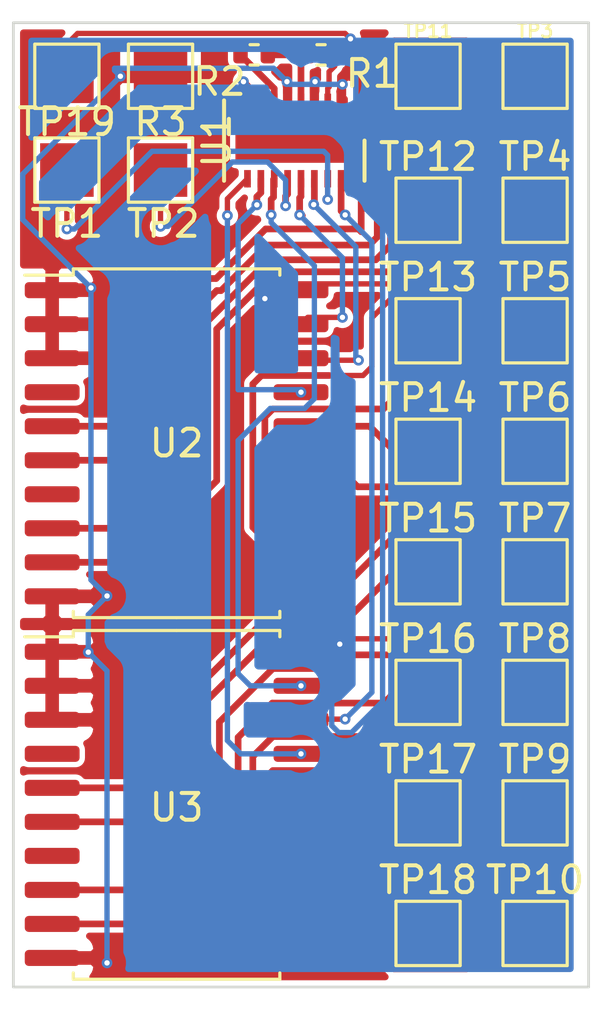
<source format=kicad_pcb>
(kicad_pcb (version 20171130) (host pcbnew "(6.0.0-rc1-dev-1546-g786ee0e)")

  (general
    (thickness 1.6)
    (drawings 4)
    (tracks 300)
    (zones 0)
    (modules 25)
    (nets 38)
  )

  (page A4)
  (layers
    (0 F.Cu signal)
    (31 B.Cu signal)
    (32 B.Adhes user)
    (33 F.Adhes user)
    (34 B.Paste user)
    (35 F.Paste user)
    (36 B.SilkS user)
    (37 F.SilkS user)
    (38 B.Mask user)
    (39 F.Mask user)
    (40 Dwgs.User user)
    (41 Cmts.User user)
    (42 Eco1.User user)
    (43 Eco2.User user)
    (44 Edge.Cuts user)
    (45 Margin user)
    (46 B.CrtYd user)
    (47 F.CrtYd user)
    (48 B.Fab user)
    (49 F.Fab user)
  )

  (setup
    (last_trace_width 0.25)
    (user_trace_width 0.2)
    (trace_clearance 0.2)
    (zone_clearance 0.508)
    (zone_45_only no)
    (trace_min 0.2)
    (via_size 0.8)
    (via_drill 0.4)
    (via_min_size 0.4)
    (via_min_drill 0.2)
    (user_via 0.4 0.2)
    (uvia_size 0.3)
    (uvia_drill 0.1)
    (uvias_allowed no)
    (uvia_min_size 0.2)
    (uvia_min_drill 0.1)
    (edge_width 0.05)
    (segment_width 0.2)
    (pcb_text_width 0.3)
    (pcb_text_size 1.5 1.5)
    (mod_edge_width 0.12)
    (mod_text_size 1 1)
    (mod_text_width 0.15)
    (pad_size 1.524 1.524)
    (pad_drill 0.762)
    (pad_to_mask_clearance 0.051)
    (solder_mask_min_width 0.25)
    (aux_axis_origin 0 0)
    (visible_elements FFFFFF7F)
    (pcbplotparams
      (layerselection 0x010fc_ffffffff)
      (usegerberextensions false)
      (usegerberattributes false)
      (usegerberadvancedattributes false)
      (creategerberjobfile false)
      (excludeedgelayer true)
      (linewidth 0.100000)
      (plotframeref false)
      (viasonmask false)
      (mode 1)
      (useauxorigin false)
      (hpglpennumber 1)
      (hpglpenspeed 20)
      (hpglpendiameter 15.000000)
      (psnegative false)
      (psa4output false)
      (plotreference true)
      (plotvalue true)
      (plotinvisibletext false)
      (padsonsilk false)
      (subtractmaskfromsilk false)
      (outputformat 1)
      (mirror false)
      (drillshape 0)
      (scaleselection 1)
      (outputdirectory "Gerber/"))
  )

  (net 0 "")
  (net 1 "Net-(U1-Pad17)")
  (net 2 "Net-(U1-Pad16)")
  (net 3 "Net-(TP1-Pad1)")
  (net 4 "Net-(U1-Pad14)")
  (net 5 "Net-(U1-Pad13)")
  (net 6 "Net-(TP2-Pad1)")
  (net 7 "Net-(U1-Pad11)")
  (net 8 "Net-(U1-Pad10)")
  (net 9 "Net-(U1-Pad9)")
  (net 10 +3V3)
  (net 11 "Net-(R2-Pad1)")
  (net 12 GND)
  (net 13 "Net-(R1-Pad1)")
  (net 14 "Net-(TP14-Pad1)")
  (net 15 "Net-(TP6-Pad1)")
  (net 16 "Net-(U2-Pad14)")
  (net 17 "Net-(TP13-Pad1)")
  (net 18 "Net-(TP5-Pad1)")
  (net 19 "Net-(U2-Pad11)")
  (net 20 "Net-(TP12-Pad1)")
  (net 21 "Net-(TP4-Pad1)")
  (net 22 "Net-(U2-Pad7)")
  (net 23 "Net-(TP11-Pad1)")
  (net 24 "Net-(TP3-Pad1)")
  (net 25 "Net-(U2-Pad4)")
  (net 26 "Net-(TP18-Pad1)")
  (net 27 "Net-(TP10-Pad1)")
  (net 28 "Net-(U3-Pad14)")
  (net 29 "Net-(TP17-Pad1)")
  (net 30 "Net-(TP9-Pad1)")
  (net 31 "Net-(U3-Pad11)")
  (net 32 "Net-(TP16-Pad1)")
  (net 33 "Net-(TP8-Pad1)")
  (net 34 "Net-(U3-Pad7)")
  (net 35 "Net-(TP15-Pad1)")
  (net 36 "Net-(TP7-Pad1)")
  (net 37 "Net-(U3-Pad4)")

  (net_class Default "This is the default net class."
    (clearance 0.2)
    (trace_width 0.25)
    (via_dia 0.8)
    (via_drill 0.4)
    (uvia_dia 0.3)
    (uvia_drill 0.1)
    (add_net +3V3)
    (add_net GND)
    (add_net "Net-(R1-Pad1)")
    (add_net "Net-(R2-Pad1)")
    (add_net "Net-(TP1-Pad1)")
    (add_net "Net-(TP10-Pad1)")
    (add_net "Net-(TP11-Pad1)")
    (add_net "Net-(TP12-Pad1)")
    (add_net "Net-(TP13-Pad1)")
    (add_net "Net-(TP14-Pad1)")
    (add_net "Net-(TP15-Pad1)")
    (add_net "Net-(TP16-Pad1)")
    (add_net "Net-(TP17-Pad1)")
    (add_net "Net-(TP18-Pad1)")
    (add_net "Net-(TP2-Pad1)")
    (add_net "Net-(TP3-Pad1)")
    (add_net "Net-(TP4-Pad1)")
    (add_net "Net-(TP5-Pad1)")
    (add_net "Net-(TP6-Pad1)")
    (add_net "Net-(TP7-Pad1)")
    (add_net "Net-(TP8-Pad1)")
    (add_net "Net-(TP9-Pad1)")
    (add_net "Net-(U1-Pad10)")
    (add_net "Net-(U1-Pad11)")
    (add_net "Net-(U1-Pad13)")
    (add_net "Net-(U1-Pad14)")
    (add_net "Net-(U1-Pad16)")
    (add_net "Net-(U1-Pad17)")
    (add_net "Net-(U1-Pad9)")
    (add_net "Net-(U2-Pad11)")
    (add_net "Net-(U2-Pad14)")
    (add_net "Net-(U2-Pad4)")
    (add_net "Net-(U2-Pad7)")
    (add_net "Net-(U3-Pad11)")
    (add_net "Net-(U3-Pad14)")
    (add_net "Net-(U3-Pad4)")
    (add_net "Net-(U3-Pad7)")
  )

  (module TestPoint:TestPoint_Pad_2.0x2.0mm (layer F.Cu) (tedit 5A0F774F) (tstamp 60A3166B)
    (at 131.5 51.5)
    (descr "SMD rectangular pad as test Point, square 2.0mm side length")
    (tags "test point SMD pad rectangle square")
    (path /60A31827)
    (attr virtual)
    (fp_text reference TP19 (at 0 1.7) (layer F.SilkS)
      (effects (font (size 1 1) (thickness 0.15)))
    )
    (fp_text value VCC (at 0 2.05) (layer F.Fab)
      (effects (font (size 1 1) (thickness 0.15)))
    )
    (fp_line (start 1.5 1.5) (end -1.5 1.5) (layer F.CrtYd) (width 0.05))
    (fp_line (start 1.5 1.5) (end 1.5 -1.5) (layer F.CrtYd) (width 0.05))
    (fp_line (start -1.5 -1.5) (end -1.5 1.5) (layer F.CrtYd) (width 0.05))
    (fp_line (start -1.5 -1.5) (end 1.5 -1.5) (layer F.CrtYd) (width 0.05))
    (fp_line (start -1.2 1.2) (end -1.2 -1.2) (layer F.SilkS) (width 0.12))
    (fp_line (start 1.2 1.2) (end -1.2 1.2) (layer F.SilkS) (width 0.12))
    (fp_line (start 1.2 -1.2) (end 1.2 1.2) (layer F.SilkS) (width 0.12))
    (fp_line (start -1.2 -1.2) (end 1.2 -1.2) (layer F.SilkS) (width 0.12))
    (fp_text user %R (at 0 -2) (layer F.Fab)
      (effects (font (size 1 1) (thickness 0.15)))
    )
    (pad 1 smd rect (at 0 0) (size 2 2) (layers F.Cu F.Mask)
      (net 10 +3V3))
  )

  (module TestPoint:TestPoint_Pad_2.0x2.0mm (layer F.Cu) (tedit 5A0F774F) (tstamp 60A35DE5)
    (at 145 83.5)
    (descr "SMD rectangular pad as test Point, square 2.0mm side length")
    (tags "test point SMD pad rectangle square")
    (path /60A4A532)
    (attr virtual)
    (fp_text reference TP18 (at 0 -1.998) (layer F.SilkS)
      (effects (font (size 1 1) (thickness 0.15)))
    )
    (fp_text value SC7 (at 0 2.05) (layer F.Fab)
      (effects (font (size 1 1) (thickness 0.15)))
    )
    (fp_line (start 1.5 1.5) (end -1.5 1.5) (layer F.CrtYd) (width 0.05))
    (fp_line (start 1.5 1.5) (end 1.5 -1.5) (layer F.CrtYd) (width 0.05))
    (fp_line (start -1.5 -1.5) (end -1.5 1.5) (layer F.CrtYd) (width 0.05))
    (fp_line (start -1.5 -1.5) (end 1.5 -1.5) (layer F.CrtYd) (width 0.05))
    (fp_line (start -1.2 1.2) (end -1.2 -1.2) (layer F.SilkS) (width 0.12))
    (fp_line (start 1.2 1.2) (end -1.2 1.2) (layer F.SilkS) (width 0.12))
    (fp_line (start 1.2 -1.2) (end 1.2 1.2) (layer F.SilkS) (width 0.12))
    (fp_line (start -1.2 -1.2) (end 1.2 -1.2) (layer F.SilkS) (width 0.12))
    (fp_text user %R (at 0 -2) (layer F.Fab)
      (effects (font (size 1 1) (thickness 0.15)))
    )
    (pad 1 smd rect (at 0 0) (size 2 2) (layers F.Cu F.Mask)
      (net 26 "Net-(TP18-Pad1)"))
  )

  (module TestPoint:TestPoint_Pad_2.0x2.0mm (layer F.Cu) (tedit 5A0F774F) (tstamp 60A35DD7)
    (at 145 79)
    (descr "SMD rectangular pad as test Point, square 2.0mm side length")
    (tags "test point SMD pad rectangle square")
    (path /60A4A526)
    (attr virtual)
    (fp_text reference TP17 (at 0 -1.998) (layer F.SilkS)
      (effects (font (size 1 1) (thickness 0.15)))
    )
    (fp_text value SC6 (at 0 2.05) (layer F.Fab)
      (effects (font (size 1 1) (thickness 0.15)))
    )
    (fp_line (start 1.5 1.5) (end -1.5 1.5) (layer F.CrtYd) (width 0.05))
    (fp_line (start 1.5 1.5) (end 1.5 -1.5) (layer F.CrtYd) (width 0.05))
    (fp_line (start -1.5 -1.5) (end -1.5 1.5) (layer F.CrtYd) (width 0.05))
    (fp_line (start -1.5 -1.5) (end 1.5 -1.5) (layer F.CrtYd) (width 0.05))
    (fp_line (start -1.2 1.2) (end -1.2 -1.2) (layer F.SilkS) (width 0.12))
    (fp_line (start 1.2 1.2) (end -1.2 1.2) (layer F.SilkS) (width 0.12))
    (fp_line (start 1.2 -1.2) (end 1.2 1.2) (layer F.SilkS) (width 0.12))
    (fp_line (start -1.2 -1.2) (end 1.2 -1.2) (layer F.SilkS) (width 0.12))
    (fp_text user %R (at 0 -2) (layer F.Fab)
      (effects (font (size 1 1) (thickness 0.15)))
    )
    (pad 1 smd rect (at 0 0) (size 2 2) (layers F.Cu F.Mask)
      (net 29 "Net-(TP17-Pad1)"))
  )

  (module TestPoint:TestPoint_Pad_2.0x2.0mm (layer F.Cu) (tedit 5A0F774F) (tstamp 60A35DC9)
    (at 145 74.5)
    (descr "SMD rectangular pad as test Point, square 2.0mm side length")
    (tags "test point SMD pad rectangle square")
    (path /60A4A51A)
    (attr virtual)
    (fp_text reference TP16 (at 0 -1.998) (layer F.SilkS)
      (effects (font (size 1 1) (thickness 0.15)))
    )
    (fp_text value SC5 (at 0 2.05) (layer F.Fab)
      (effects (font (size 1 1) (thickness 0.15)))
    )
    (fp_line (start 1.5 1.5) (end -1.5 1.5) (layer F.CrtYd) (width 0.05))
    (fp_line (start 1.5 1.5) (end 1.5 -1.5) (layer F.CrtYd) (width 0.05))
    (fp_line (start -1.5 -1.5) (end -1.5 1.5) (layer F.CrtYd) (width 0.05))
    (fp_line (start -1.5 -1.5) (end 1.5 -1.5) (layer F.CrtYd) (width 0.05))
    (fp_line (start -1.2 1.2) (end -1.2 -1.2) (layer F.SilkS) (width 0.12))
    (fp_line (start 1.2 1.2) (end -1.2 1.2) (layer F.SilkS) (width 0.12))
    (fp_line (start 1.2 -1.2) (end 1.2 1.2) (layer F.SilkS) (width 0.12))
    (fp_line (start -1.2 -1.2) (end 1.2 -1.2) (layer F.SilkS) (width 0.12))
    (fp_text user %R (at 0 -2) (layer F.Fab)
      (effects (font (size 1 1) (thickness 0.15)))
    )
    (pad 1 smd rect (at 0 0) (size 2 2) (layers F.Cu F.Mask)
      (net 32 "Net-(TP16-Pad1)"))
  )

  (module TestPoint:TestPoint_Pad_2.0x2.0mm (layer F.Cu) (tedit 5A0F774F) (tstamp 60A35DBB)
    (at 145 70)
    (descr "SMD rectangular pad as test Point, square 2.0mm side length")
    (tags "test point SMD pad rectangle square")
    (path /60A4A50E)
    (attr virtual)
    (fp_text reference TP15 (at 0 -1.998) (layer F.SilkS)
      (effects (font (size 1 1) (thickness 0.15)))
    )
    (fp_text value SC4 (at 0 2.05) (layer F.Fab)
      (effects (font (size 1 1) (thickness 0.15)))
    )
    (fp_line (start 1.5 1.5) (end -1.5 1.5) (layer F.CrtYd) (width 0.05))
    (fp_line (start 1.5 1.5) (end 1.5 -1.5) (layer F.CrtYd) (width 0.05))
    (fp_line (start -1.5 -1.5) (end -1.5 1.5) (layer F.CrtYd) (width 0.05))
    (fp_line (start -1.5 -1.5) (end 1.5 -1.5) (layer F.CrtYd) (width 0.05))
    (fp_line (start -1.2 1.2) (end -1.2 -1.2) (layer F.SilkS) (width 0.12))
    (fp_line (start 1.2 1.2) (end -1.2 1.2) (layer F.SilkS) (width 0.12))
    (fp_line (start 1.2 -1.2) (end 1.2 1.2) (layer F.SilkS) (width 0.12))
    (fp_line (start -1.2 -1.2) (end 1.2 -1.2) (layer F.SilkS) (width 0.12))
    (fp_text user %R (at 0 -2) (layer F.Fab)
      (effects (font (size 1 1) (thickness 0.15)))
    )
    (pad 1 smd rect (at 0 0) (size 2 2) (layers F.Cu F.Mask)
      (net 35 "Net-(TP15-Pad1)"))
  )

  (module TestPoint:TestPoint_Pad_2.0x2.0mm (layer F.Cu) (tedit 5A0F774F) (tstamp 60A35DAD)
    (at 145 65.5)
    (descr "SMD rectangular pad as test Point, square 2.0mm side length")
    (tags "test point SMD pad rectangle square")
    (path /60A4535E)
    (attr virtual)
    (fp_text reference TP14 (at 0 -1.998) (layer F.SilkS)
      (effects (font (size 1 1) (thickness 0.15)))
    )
    (fp_text value SC3 (at 0 2.05) (layer F.Fab)
      (effects (font (size 1 1) (thickness 0.15)))
    )
    (fp_line (start 1.5 1.5) (end -1.5 1.5) (layer F.CrtYd) (width 0.05))
    (fp_line (start 1.5 1.5) (end 1.5 -1.5) (layer F.CrtYd) (width 0.05))
    (fp_line (start -1.5 -1.5) (end -1.5 1.5) (layer F.CrtYd) (width 0.05))
    (fp_line (start -1.5 -1.5) (end 1.5 -1.5) (layer F.CrtYd) (width 0.05))
    (fp_line (start -1.2 1.2) (end -1.2 -1.2) (layer F.SilkS) (width 0.12))
    (fp_line (start 1.2 1.2) (end -1.2 1.2) (layer F.SilkS) (width 0.12))
    (fp_line (start 1.2 -1.2) (end 1.2 1.2) (layer F.SilkS) (width 0.12))
    (fp_line (start -1.2 -1.2) (end 1.2 -1.2) (layer F.SilkS) (width 0.12))
    (fp_text user %R (at 0 -2) (layer F.Fab)
      (effects (font (size 1 1) (thickness 0.15)))
    )
    (pad 1 smd rect (at 0 0) (size 2 2) (layers F.Cu F.Mask)
      (net 14 "Net-(TP14-Pad1)"))
  )

  (module TestPoint:TestPoint_Pad_2.0x2.0mm (layer F.Cu) (tedit 5A0F774F) (tstamp 60A35D9F)
    (at 145 61)
    (descr "SMD rectangular pad as test Point, square 2.0mm side length")
    (tags "test point SMD pad rectangle square")
    (path /60A448BD)
    (attr virtual)
    (fp_text reference TP13 (at 0 -1.998) (layer F.SilkS)
      (effects (font (size 1 1) (thickness 0.15)))
    )
    (fp_text value SC2 (at 0 2.05) (layer F.Fab)
      (effects (font (size 1 1) (thickness 0.15)))
    )
    (fp_line (start 1.5 1.5) (end -1.5 1.5) (layer F.CrtYd) (width 0.05))
    (fp_line (start 1.5 1.5) (end 1.5 -1.5) (layer F.CrtYd) (width 0.05))
    (fp_line (start -1.5 -1.5) (end -1.5 1.5) (layer F.CrtYd) (width 0.05))
    (fp_line (start -1.5 -1.5) (end 1.5 -1.5) (layer F.CrtYd) (width 0.05))
    (fp_line (start -1.2 1.2) (end -1.2 -1.2) (layer F.SilkS) (width 0.12))
    (fp_line (start 1.2 1.2) (end -1.2 1.2) (layer F.SilkS) (width 0.12))
    (fp_line (start 1.2 -1.2) (end 1.2 1.2) (layer F.SilkS) (width 0.12))
    (fp_line (start -1.2 -1.2) (end 1.2 -1.2) (layer F.SilkS) (width 0.12))
    (fp_text user %R (at 0 -2) (layer F.Fab)
      (effects (font (size 1 1) (thickness 0.15)))
    )
    (pad 1 smd rect (at 0 0) (size 2 2) (layers F.Cu F.Mask)
      (net 17 "Net-(TP13-Pad1)"))
  )

  (module TestPoint:TestPoint_Pad_2.0x2.0mm (layer F.Cu) (tedit 5A0F774F) (tstamp 60A35D91)
    (at 145 56.5)
    (descr "SMD rectangular pad as test Point, square 2.0mm side length")
    (tags "test point SMD pad rectangle square")
    (path /60A431DB)
    (attr virtual)
    (fp_text reference TP12 (at 0 -1.998) (layer F.SilkS)
      (effects (font (size 1 1) (thickness 0.15)))
    )
    (fp_text value SC1 (at 0 2.05) (layer F.Fab)
      (effects (font (size 1 1) (thickness 0.15)))
    )
    (fp_line (start 1.5 1.5) (end -1.5 1.5) (layer F.CrtYd) (width 0.05))
    (fp_line (start 1.5 1.5) (end 1.5 -1.5) (layer F.CrtYd) (width 0.05))
    (fp_line (start -1.5 -1.5) (end -1.5 1.5) (layer F.CrtYd) (width 0.05))
    (fp_line (start -1.5 -1.5) (end 1.5 -1.5) (layer F.CrtYd) (width 0.05))
    (fp_line (start -1.2 1.2) (end -1.2 -1.2) (layer F.SilkS) (width 0.12))
    (fp_line (start 1.2 1.2) (end -1.2 1.2) (layer F.SilkS) (width 0.12))
    (fp_line (start 1.2 -1.2) (end 1.2 1.2) (layer F.SilkS) (width 0.12))
    (fp_line (start -1.2 -1.2) (end 1.2 -1.2) (layer F.SilkS) (width 0.12))
    (fp_text user %R (at 0 -2) (layer F.Fab)
      (effects (font (size 1 1) (thickness 0.15)))
    )
    (pad 1 smd rect (at 0 0) (size 2 2) (layers F.Cu F.Mask)
      (net 20 "Net-(TP12-Pad1)"))
  )

  (module TestPoint:TestPoint_Pad_2.0x2.0mm (layer F.Cu) (tedit 5A0F774F) (tstamp 60A35D83)
    (at 145 51.5)
    (descr "SMD rectangular pad as test Point, square 2.0mm side length")
    (tags "test point SMD pad rectangle square")
    (path /60A41E20)
    (attr virtual)
    (fp_text reference TP11 (at 0 -1.7) (layer F.SilkS)
      (effects (font (size 0.5 0.5) (thickness 0.1)))
    )
    (fp_text value SC0 (at 0 2.05) (layer F.Fab)
      (effects (font (size 1 1) (thickness 0.15)))
    )
    (fp_line (start 1.5 1.5) (end -1.5 1.5) (layer F.CrtYd) (width 0.05))
    (fp_line (start 1.5 1.5) (end 1.5 -1.5) (layer F.CrtYd) (width 0.05))
    (fp_line (start -1.5 -1.5) (end -1.5 1.5) (layer F.CrtYd) (width 0.05))
    (fp_line (start -1.5 -1.5) (end 1.5 -1.5) (layer F.CrtYd) (width 0.05))
    (fp_line (start -1.2 1.2) (end -1.2 -1.2) (layer F.SilkS) (width 0.12))
    (fp_line (start 1.2 1.2) (end -1.2 1.2) (layer F.SilkS) (width 0.12))
    (fp_line (start 1.2 -1.2) (end 1.2 1.2) (layer F.SilkS) (width 0.12))
    (fp_line (start -1.2 -1.2) (end 1.2 -1.2) (layer F.SilkS) (width 0.12))
    (fp_text user %R (at 0 -2) (layer F.Fab)
      (effects (font (size 1 1) (thickness 0.15)))
    )
    (pad 1 smd rect (at 0 0) (size 2 2) (layers F.Cu F.Mask)
      (net 23 "Net-(TP11-Pad1)"))
  )

  (module TestPoint:TestPoint_Pad_2.0x2.0mm (layer F.Cu) (tedit 5A0F774F) (tstamp 60A35D75)
    (at 149 83.5)
    (descr "SMD rectangular pad as test Point, square 2.0mm side length")
    (tags "test point SMD pad rectangle square")
    (path /60A4A52C)
    (attr virtual)
    (fp_text reference TP10 (at 0 -1.998) (layer F.SilkS)
      (effects (font (size 1 1) (thickness 0.15)))
    )
    (fp_text value SD7 (at 0 2.05) (layer F.Fab)
      (effects (font (size 1 1) (thickness 0.15)))
    )
    (fp_line (start 1.5 1.5) (end -1.5 1.5) (layer F.CrtYd) (width 0.05))
    (fp_line (start 1.5 1.5) (end 1.5 -1.5) (layer F.CrtYd) (width 0.05))
    (fp_line (start -1.5 -1.5) (end -1.5 1.5) (layer F.CrtYd) (width 0.05))
    (fp_line (start -1.5 -1.5) (end 1.5 -1.5) (layer F.CrtYd) (width 0.05))
    (fp_line (start -1.2 1.2) (end -1.2 -1.2) (layer F.SilkS) (width 0.12))
    (fp_line (start 1.2 1.2) (end -1.2 1.2) (layer F.SilkS) (width 0.12))
    (fp_line (start 1.2 -1.2) (end 1.2 1.2) (layer F.SilkS) (width 0.12))
    (fp_line (start -1.2 -1.2) (end 1.2 -1.2) (layer F.SilkS) (width 0.12))
    (fp_text user %R (at 0 -2) (layer F.Fab)
      (effects (font (size 1 1) (thickness 0.15)))
    )
    (pad 1 smd rect (at 0 0) (size 2 2) (layers F.Cu F.Mask)
      (net 27 "Net-(TP10-Pad1)"))
  )

  (module TestPoint:TestPoint_Pad_2.0x2.0mm (layer F.Cu) (tedit 5A0F774F) (tstamp 60A35D67)
    (at 149 79)
    (descr "SMD rectangular pad as test Point, square 2.0mm side length")
    (tags "test point SMD pad rectangle square")
    (path /60A4A520)
    (attr virtual)
    (fp_text reference TP9 (at 0 -1.998) (layer F.SilkS)
      (effects (font (size 1 1) (thickness 0.15)))
    )
    (fp_text value SD6 (at 0 2.05) (layer F.Fab)
      (effects (font (size 1 1) (thickness 0.15)))
    )
    (fp_line (start 1.5 1.5) (end -1.5 1.5) (layer F.CrtYd) (width 0.05))
    (fp_line (start 1.5 1.5) (end 1.5 -1.5) (layer F.CrtYd) (width 0.05))
    (fp_line (start -1.5 -1.5) (end -1.5 1.5) (layer F.CrtYd) (width 0.05))
    (fp_line (start -1.5 -1.5) (end 1.5 -1.5) (layer F.CrtYd) (width 0.05))
    (fp_line (start -1.2 1.2) (end -1.2 -1.2) (layer F.SilkS) (width 0.12))
    (fp_line (start 1.2 1.2) (end -1.2 1.2) (layer F.SilkS) (width 0.12))
    (fp_line (start 1.2 -1.2) (end 1.2 1.2) (layer F.SilkS) (width 0.12))
    (fp_line (start -1.2 -1.2) (end 1.2 -1.2) (layer F.SilkS) (width 0.12))
    (fp_text user %R (at 0 -2) (layer F.Fab)
      (effects (font (size 1 1) (thickness 0.15)))
    )
    (pad 1 smd rect (at 0 0) (size 2 2) (layers F.Cu F.Mask)
      (net 30 "Net-(TP9-Pad1)"))
  )

  (module TestPoint:TestPoint_Pad_2.0x2.0mm (layer F.Cu) (tedit 5A0F774F) (tstamp 60A35D59)
    (at 149 74.5)
    (descr "SMD rectangular pad as test Point, square 2.0mm side length")
    (tags "test point SMD pad rectangle square")
    (path /60A4A514)
    (attr virtual)
    (fp_text reference TP8 (at 0 -1.998) (layer F.SilkS)
      (effects (font (size 1 1) (thickness 0.15)))
    )
    (fp_text value SD5 (at 0 2.05) (layer F.Fab)
      (effects (font (size 1 1) (thickness 0.15)))
    )
    (fp_line (start 1.5 1.5) (end -1.5 1.5) (layer F.CrtYd) (width 0.05))
    (fp_line (start 1.5 1.5) (end 1.5 -1.5) (layer F.CrtYd) (width 0.05))
    (fp_line (start -1.5 -1.5) (end -1.5 1.5) (layer F.CrtYd) (width 0.05))
    (fp_line (start -1.5 -1.5) (end 1.5 -1.5) (layer F.CrtYd) (width 0.05))
    (fp_line (start -1.2 1.2) (end -1.2 -1.2) (layer F.SilkS) (width 0.12))
    (fp_line (start 1.2 1.2) (end -1.2 1.2) (layer F.SilkS) (width 0.12))
    (fp_line (start 1.2 -1.2) (end 1.2 1.2) (layer F.SilkS) (width 0.12))
    (fp_line (start -1.2 -1.2) (end 1.2 -1.2) (layer F.SilkS) (width 0.12))
    (fp_text user %R (at 0 -2) (layer F.Fab)
      (effects (font (size 1 1) (thickness 0.15)))
    )
    (pad 1 smd rect (at 0 0) (size 2 2) (layers F.Cu F.Mask)
      (net 33 "Net-(TP8-Pad1)"))
  )

  (module TestPoint:TestPoint_Pad_2.0x2.0mm (layer F.Cu) (tedit 5A0F774F) (tstamp 60A35D4B)
    (at 149 70)
    (descr "SMD rectangular pad as test Point, square 2.0mm side length")
    (tags "test point SMD pad rectangle square")
    (path /60A4A508)
    (attr virtual)
    (fp_text reference TP7 (at 0 -1.998) (layer F.SilkS)
      (effects (font (size 1 1) (thickness 0.15)))
    )
    (fp_text value SD4 (at 0 2.05) (layer F.Fab)
      (effects (font (size 1 1) (thickness 0.15)))
    )
    (fp_line (start 1.5 1.5) (end -1.5 1.5) (layer F.CrtYd) (width 0.05))
    (fp_line (start 1.5 1.5) (end 1.5 -1.5) (layer F.CrtYd) (width 0.05))
    (fp_line (start -1.5 -1.5) (end -1.5 1.5) (layer F.CrtYd) (width 0.05))
    (fp_line (start -1.5 -1.5) (end 1.5 -1.5) (layer F.CrtYd) (width 0.05))
    (fp_line (start -1.2 1.2) (end -1.2 -1.2) (layer F.SilkS) (width 0.12))
    (fp_line (start 1.2 1.2) (end -1.2 1.2) (layer F.SilkS) (width 0.12))
    (fp_line (start 1.2 -1.2) (end 1.2 1.2) (layer F.SilkS) (width 0.12))
    (fp_line (start -1.2 -1.2) (end 1.2 -1.2) (layer F.SilkS) (width 0.12))
    (fp_text user %R (at 0 -2) (layer F.Fab)
      (effects (font (size 1 1) (thickness 0.15)))
    )
    (pad 1 smd rect (at 0 0) (size 2 2) (layers F.Cu F.Mask)
      (net 36 "Net-(TP7-Pad1)"))
  )

  (module TestPoint:TestPoint_Pad_2.0x2.0mm (layer F.Cu) (tedit 5A0F774F) (tstamp 60A35D3D)
    (at 149 65.5)
    (descr "SMD rectangular pad as test Point, square 2.0mm side length")
    (tags "test point SMD pad rectangle square")
    (path /60A45358)
    (attr virtual)
    (fp_text reference TP6 (at 0 -1.998) (layer F.SilkS)
      (effects (font (size 1 1) (thickness 0.15)))
    )
    (fp_text value SD3 (at 0 2.05) (layer F.Fab)
      (effects (font (size 1 1) (thickness 0.15)))
    )
    (fp_line (start 1.5 1.5) (end -1.5 1.5) (layer F.CrtYd) (width 0.05))
    (fp_line (start 1.5 1.5) (end 1.5 -1.5) (layer F.CrtYd) (width 0.05))
    (fp_line (start -1.5 -1.5) (end -1.5 1.5) (layer F.CrtYd) (width 0.05))
    (fp_line (start -1.5 -1.5) (end 1.5 -1.5) (layer F.CrtYd) (width 0.05))
    (fp_line (start -1.2 1.2) (end -1.2 -1.2) (layer F.SilkS) (width 0.12))
    (fp_line (start 1.2 1.2) (end -1.2 1.2) (layer F.SilkS) (width 0.12))
    (fp_line (start 1.2 -1.2) (end 1.2 1.2) (layer F.SilkS) (width 0.12))
    (fp_line (start -1.2 -1.2) (end 1.2 -1.2) (layer F.SilkS) (width 0.12))
    (fp_text user %R (at 0 -2) (layer F.Fab)
      (effects (font (size 1 1) (thickness 0.15)))
    )
    (pad 1 smd rect (at 0 0) (size 2 2) (layers F.Cu F.Mask)
      (net 15 "Net-(TP6-Pad1)"))
  )

  (module TestPoint:TestPoint_Pad_2.0x2.0mm (layer F.Cu) (tedit 5A0F774F) (tstamp 60A35D2F)
    (at 149 61)
    (descr "SMD rectangular pad as test Point, square 2.0mm side length")
    (tags "test point SMD pad rectangle square")
    (path /60A448B7)
    (attr virtual)
    (fp_text reference TP5 (at 0 -1.998) (layer F.SilkS)
      (effects (font (size 1 1) (thickness 0.15)))
    )
    (fp_text value SD2 (at 0 2.05) (layer F.Fab)
      (effects (font (size 1 1) (thickness 0.15)))
    )
    (fp_line (start 1.5 1.5) (end -1.5 1.5) (layer F.CrtYd) (width 0.05))
    (fp_line (start 1.5 1.5) (end 1.5 -1.5) (layer F.CrtYd) (width 0.05))
    (fp_line (start -1.5 -1.5) (end -1.5 1.5) (layer F.CrtYd) (width 0.05))
    (fp_line (start -1.5 -1.5) (end 1.5 -1.5) (layer F.CrtYd) (width 0.05))
    (fp_line (start -1.2 1.2) (end -1.2 -1.2) (layer F.SilkS) (width 0.12))
    (fp_line (start 1.2 1.2) (end -1.2 1.2) (layer F.SilkS) (width 0.12))
    (fp_line (start 1.2 -1.2) (end 1.2 1.2) (layer F.SilkS) (width 0.12))
    (fp_line (start -1.2 -1.2) (end 1.2 -1.2) (layer F.SilkS) (width 0.12))
    (fp_text user %R (at 0 -2) (layer F.Fab)
      (effects (font (size 1 1) (thickness 0.15)))
    )
    (pad 1 smd rect (at 0 0) (size 2 2) (layers F.Cu F.Mask)
      (net 18 "Net-(TP5-Pad1)"))
  )

  (module TestPoint:TestPoint_Pad_2.0x2.0mm (layer F.Cu) (tedit 5A0F774F) (tstamp 60A35D21)
    (at 149 56.5)
    (descr "SMD rectangular pad as test Point, square 2.0mm side length")
    (tags "test point SMD pad rectangle square")
    (path /60A431D5)
    (attr virtual)
    (fp_text reference TP4 (at 0 -1.998) (layer F.SilkS)
      (effects (font (size 1 1) (thickness 0.15)))
    )
    (fp_text value SD1 (at 0 2.05) (layer F.Fab)
      (effects (font (size 1 1) (thickness 0.15)))
    )
    (fp_line (start 1.5 1.5) (end -1.5 1.5) (layer F.CrtYd) (width 0.05))
    (fp_line (start 1.5 1.5) (end 1.5 -1.5) (layer F.CrtYd) (width 0.05))
    (fp_line (start -1.5 -1.5) (end -1.5 1.5) (layer F.CrtYd) (width 0.05))
    (fp_line (start -1.5 -1.5) (end 1.5 -1.5) (layer F.CrtYd) (width 0.05))
    (fp_line (start -1.2 1.2) (end -1.2 -1.2) (layer F.SilkS) (width 0.12))
    (fp_line (start 1.2 1.2) (end -1.2 1.2) (layer F.SilkS) (width 0.12))
    (fp_line (start 1.2 -1.2) (end 1.2 1.2) (layer F.SilkS) (width 0.12))
    (fp_line (start -1.2 -1.2) (end 1.2 -1.2) (layer F.SilkS) (width 0.12))
    (fp_text user %R (at 0 -2) (layer F.Fab)
      (effects (font (size 1 1) (thickness 0.15)))
    )
    (pad 1 smd rect (at 0 0) (size 2 2) (layers F.Cu F.Mask)
      (net 21 "Net-(TP4-Pad1)"))
  )

  (module TestPoint:TestPoint_Pad_2.0x2.0mm (layer F.Cu) (tedit 5A0F774F) (tstamp 60A35D13)
    (at 149 51.5)
    (descr "SMD rectangular pad as test Point, square 2.0mm side length")
    (tags "test point SMD pad rectangle square")
    (path /60A40C4F)
    (attr virtual)
    (fp_text reference TP3 (at 0 -1.7) (layer F.SilkS)
      (effects (font (size 0.5 0.5) (thickness 0.1)))
    )
    (fp_text value SD0 (at 0 2.05) (layer F.Fab)
      (effects (font (size 1 1) (thickness 0.15)))
    )
    (fp_line (start 1.5 1.5) (end -1.5 1.5) (layer F.CrtYd) (width 0.05))
    (fp_line (start 1.5 1.5) (end 1.5 -1.5) (layer F.CrtYd) (width 0.05))
    (fp_line (start -1.5 -1.5) (end -1.5 1.5) (layer F.CrtYd) (width 0.05))
    (fp_line (start -1.5 -1.5) (end 1.5 -1.5) (layer F.CrtYd) (width 0.05))
    (fp_line (start -1.2 1.2) (end -1.2 -1.2) (layer F.SilkS) (width 0.12))
    (fp_line (start 1.2 1.2) (end -1.2 1.2) (layer F.SilkS) (width 0.12))
    (fp_line (start 1.2 -1.2) (end 1.2 1.2) (layer F.SilkS) (width 0.12))
    (fp_line (start -1.2 -1.2) (end 1.2 -1.2) (layer F.SilkS) (width 0.12))
    (fp_text user %R (at 0 -2) (layer F.Fab)
      (effects (font (size 1 1) (thickness 0.15)))
    )
    (pad 1 smd rect (at 0 0) (size 2 2) (layers F.Cu F.Mask)
      (net 24 "Net-(TP3-Pad1)"))
  )

  (module TestPoint:TestPoint_Pad_2.0x2.0mm (layer F.Cu) (tedit 5A0F774F) (tstamp 60A35D05)
    (at 135 55)
    (descr "SMD rectangular pad as test Point, square 2.0mm side length")
    (tags "test point SMD pad rectangle square")
    (path /60A4C259)
    (attr virtual)
    (fp_text reference TP2 (at 0.1 2) (layer F.SilkS)
      (effects (font (size 1 1) (thickness 0.15)))
    )
    (fp_text value SDL (at 0 2.05) (layer F.Fab)
      (effects (font (size 1 1) (thickness 0.15)))
    )
    (fp_line (start 1.5 1.5) (end -1.5 1.5) (layer F.CrtYd) (width 0.05))
    (fp_line (start 1.5 1.5) (end 1.5 -1.5) (layer F.CrtYd) (width 0.05))
    (fp_line (start -1.5 -1.5) (end -1.5 1.5) (layer F.CrtYd) (width 0.05))
    (fp_line (start -1.5 -1.5) (end 1.5 -1.5) (layer F.CrtYd) (width 0.05))
    (fp_line (start -1.2 1.2) (end -1.2 -1.2) (layer F.SilkS) (width 0.12))
    (fp_line (start 1.2 1.2) (end -1.2 1.2) (layer F.SilkS) (width 0.12))
    (fp_line (start 1.2 -1.2) (end 1.2 1.2) (layer F.SilkS) (width 0.12))
    (fp_line (start -1.2 -1.2) (end 1.2 -1.2) (layer F.SilkS) (width 0.12))
    (fp_text user %R (at 0 -2) (layer F.Fab)
      (effects (font (size 1 1) (thickness 0.15)))
    )
    (pad 1 smd rect (at 0 0) (size 2 2) (layers F.Cu F.Mask)
      (net 6 "Net-(TP2-Pad1)"))
  )

  (module TestPoint:TestPoint_Pad_2.0x2.0mm (layer F.Cu) (tedit 5A0F774F) (tstamp 60A35CF7)
    (at 131.5 55)
    (descr "SMD rectangular pad as test Point, square 2.0mm side length")
    (tags "test point SMD pad rectangle square")
    (path /60A4C25F)
    (attr virtual)
    (fp_text reference TP1 (at 0 2) (layer F.SilkS)
      (effects (font (size 1 1) (thickness 0.15)))
    )
    (fp_text value SCL (at 0 2.05) (layer F.Fab)
      (effects (font (size 1 1) (thickness 0.15)))
    )
    (fp_line (start 1.5 1.5) (end -1.5 1.5) (layer F.CrtYd) (width 0.05))
    (fp_line (start 1.5 1.5) (end 1.5 -1.5) (layer F.CrtYd) (width 0.05))
    (fp_line (start -1.5 -1.5) (end -1.5 1.5) (layer F.CrtYd) (width 0.05))
    (fp_line (start -1.5 -1.5) (end 1.5 -1.5) (layer F.CrtYd) (width 0.05))
    (fp_line (start -1.2 1.2) (end -1.2 -1.2) (layer F.SilkS) (width 0.12))
    (fp_line (start 1.2 1.2) (end -1.2 1.2) (layer F.SilkS) (width 0.12))
    (fp_line (start 1.2 -1.2) (end 1.2 1.2) (layer F.SilkS) (width 0.12))
    (fp_line (start -1.2 -1.2) (end 1.2 -1.2) (layer F.SilkS) (width 0.12))
    (fp_text user %R (at 0 -2) (layer F.Fab)
      (effects (font (size 1 1) (thickness 0.15)))
    )
    (pad 1 smd rect (at 0 0) (size 2 2) (layers F.Cu F.Mask)
      (net 3 "Net-(TP1-Pad1)"))
  )

  (module TestPoint:TestPoint_Pad_2.0x2.0mm (layer F.Cu) (tedit 5A0F774F) (tstamp 60A35CE9)
    (at 135 51.5)
    (descr "SMD rectangular pad as test Point, square 2.0mm side length")
    (tags "test point SMD pad rectangle square")
    (path /60A3BCE3)
    (attr virtual)
    (fp_text reference R3 (at 0 1.7) (layer F.SilkS)
      (effects (font (size 1 1) (thickness 0.15)))
    )
    (fp_text value 93.1K (at 0 2.05) (layer F.Fab)
      (effects (font (size 1 1) (thickness 0.15)))
    )
    (fp_line (start 1.5 1.5) (end -1.5 1.5) (layer F.CrtYd) (width 0.05))
    (fp_line (start 1.5 1.5) (end 1.5 -1.5) (layer F.CrtYd) (width 0.05))
    (fp_line (start -1.5 -1.5) (end -1.5 1.5) (layer F.CrtYd) (width 0.05))
    (fp_line (start -1.5 -1.5) (end 1.5 -1.5) (layer F.CrtYd) (width 0.05))
    (fp_line (start -1.2 1.2) (end -1.2 -1.2) (layer F.SilkS) (width 0.12))
    (fp_line (start 1.2 1.2) (end -1.2 1.2) (layer F.SilkS) (width 0.12))
    (fp_line (start 1.2 -1.2) (end 1.2 1.2) (layer F.SilkS) (width 0.12))
    (fp_line (start -1.2 -1.2) (end 1.2 -1.2) (layer F.SilkS) (width 0.12))
    (fp_text user %R (at 0 -2) (layer F.Fab)
      (effects (font (size 1 1) (thickness 0.15)))
    )
    (pad 1 smd rect (at 0 0) (size 2 2) (layers F.Cu F.Mask)
      (net 12 GND))
  )

  (module Resistor_SMD:R_0402_1005Metric (layer F.Cu) (tedit 5F68FEEE) (tstamp 60A35CDB)
    (at 138.5 50.7)
    (descr "Resistor SMD 0402 (1005 Metric), square (rectangular) end terminal, IPC_7351 nominal, (Body size source: IPC-SM-782 page 72, https://www.pcb-3d.com/wordpress/wp-content/uploads/ipc-sm-782a_amendment_1_and_2.pdf), generated with kicad-footprint-generator")
    (tags resistor)
    (path /60A3B7CC)
    (attr smd)
    (fp_text reference R2 (at -1.3 1) (layer F.SilkS)
      (effects (font (size 1 1) (thickness 0.15)))
    )
    (fp_text value 61.9K (at 0 1.17) (layer F.Fab)
      (effects (font (size 1 1) (thickness 0.15)))
    )
    (fp_text user %R (at 0 0) (layer F.Fab)
      (effects (font (size 0.26 0.26) (thickness 0.04)))
    )
    (fp_line (start 0.93 0.47) (end -0.93 0.47) (layer F.CrtYd) (width 0.05))
    (fp_line (start 0.93 -0.47) (end 0.93 0.47) (layer F.CrtYd) (width 0.05))
    (fp_line (start -0.93 -0.47) (end 0.93 -0.47) (layer F.CrtYd) (width 0.05))
    (fp_line (start -0.93 0.47) (end -0.93 -0.47) (layer F.CrtYd) (width 0.05))
    (fp_line (start -0.153641 0.38) (end 0.153641 0.38) (layer F.SilkS) (width 0.12))
    (fp_line (start -0.153641 -0.38) (end 0.153641 -0.38) (layer F.SilkS) (width 0.12))
    (fp_line (start 0.525 0.27) (end -0.525 0.27) (layer F.Fab) (width 0.1))
    (fp_line (start 0.525 -0.27) (end 0.525 0.27) (layer F.Fab) (width 0.1))
    (fp_line (start -0.525 -0.27) (end 0.525 -0.27) (layer F.Fab) (width 0.1))
    (fp_line (start -0.525 0.27) (end -0.525 -0.27) (layer F.Fab) (width 0.1))
    (pad 2 smd roundrect (at 0.51 0) (size 0.54 0.64) (layers F.Cu F.Paste F.Mask) (roundrect_rratio 0.25)
      (net 13 "Net-(R1-Pad1)"))
    (pad 1 smd roundrect (at -0.51 0) (size 0.54 0.64) (layers F.Cu F.Paste F.Mask) (roundrect_rratio 0.25)
      (net 11 "Net-(R2-Pad1)"))
    (model ${KISYS3DMOD}/Resistor_SMD.3dshapes/R_0402_1005Metric.wrl
      (at (xyz 0 0 0))
      (scale (xyz 1 1 1))
      (rotate (xyz 0 0 0))
    )
  )

  (module Resistor_SMD:R_0402_1005Metric (layer F.Cu) (tedit 5F68FEEE) (tstamp 60A35CCA)
    (at 141 50.7)
    (descr "Resistor SMD 0402 (1005 Metric), square (rectangular) end terminal, IPC_7351 nominal, (Body size source: IPC-SM-782 page 72, https://www.pcb-3d.com/wordpress/wp-content/uploads/ipc-sm-782a_amendment_1_and_2.pdf), generated with kicad-footprint-generator")
    (tags resistor)
    (path /60A3AD1C)
    (attr smd)
    (fp_text reference R1 (at 1.9 0.7) (layer F.SilkS)
      (effects (font (size 1 1) (thickness 0.15)))
    )
    (fp_text value 845K (at 0 1.17) (layer F.Fab)
      (effects (font (size 1 1) (thickness 0.15)))
    )
    (fp_text user %R (at 0 0) (layer F.Fab)
      (effects (font (size 0.26 0.26) (thickness 0.04)))
    )
    (fp_line (start 0.93 0.47) (end -0.93 0.47) (layer F.CrtYd) (width 0.05))
    (fp_line (start 0.93 -0.47) (end 0.93 0.47) (layer F.CrtYd) (width 0.05))
    (fp_line (start -0.93 -0.47) (end 0.93 -0.47) (layer F.CrtYd) (width 0.05))
    (fp_line (start -0.93 0.47) (end -0.93 -0.47) (layer F.CrtYd) (width 0.05))
    (fp_line (start -0.153641 0.38) (end 0.153641 0.38) (layer F.SilkS) (width 0.12))
    (fp_line (start -0.153641 -0.38) (end 0.153641 -0.38) (layer F.SilkS) (width 0.12))
    (fp_line (start 0.525 0.27) (end -0.525 0.27) (layer F.Fab) (width 0.1))
    (fp_line (start 0.525 -0.27) (end 0.525 0.27) (layer F.Fab) (width 0.1))
    (fp_line (start -0.525 -0.27) (end 0.525 -0.27) (layer F.Fab) (width 0.1))
    (fp_line (start -0.525 0.27) (end -0.525 -0.27) (layer F.Fab) (width 0.1))
    (pad 2 smd roundrect (at 0.51 0) (size 0.54 0.64) (layers F.Cu F.Paste F.Mask) (roundrect_rratio 0.25)
      (net 10 +3V3))
    (pad 1 smd roundrect (at -0.51 0) (size 0.54 0.64) (layers F.Cu F.Paste F.Mask) (roundrect_rratio 0.25)
      (net 13 "Net-(R1-Pad1)"))
    (model ${KISYS3DMOD}/Resistor_SMD.3dshapes/R_0402_1005Metric.wrl
      (at (xyz 0 0 0))
      (scale (xyz 1 1 1))
      (rotate (xyz 0 0 0))
    )
  )

  (module Package_SO:SOIC-20W_7.5x12.8mm_P1.27mm (layer F.Cu) (tedit 5D9F72B1) (tstamp 60A30303)
    (at 135.6 78.7)
    (descr "SOIC, 20 Pin (JEDEC MS-013AC, https://www.analog.com/media/en/package-pcb-resources/package/233848rw_20.pdf), generated with kicad-footprint-generator ipc_gullwing_generator.py")
    (tags "SOIC SO")
    (path /60A33997)
    (attr smd)
    (fp_text reference U3 (at 0 0.1) (layer F.SilkS)
      (effects (font (size 1 1) (thickness 0.15)))
    )
    (fp_text value PCA9544AD (at 0 7.35) (layer F.Fab)
      (effects (font (size 1 1) (thickness 0.15)))
    )
    (fp_text user %R (at 0 0) (layer F.Fab)
      (effects (font (size 1 1) (thickness 0.15)))
    )
    (fp_line (start 5.93 -6.65) (end -5.93 -6.65) (layer F.CrtYd) (width 0.05))
    (fp_line (start 5.93 6.65) (end 5.93 -6.65) (layer F.CrtYd) (width 0.05))
    (fp_line (start -5.93 6.65) (end 5.93 6.65) (layer F.CrtYd) (width 0.05))
    (fp_line (start -5.93 -6.65) (end -5.93 6.65) (layer F.CrtYd) (width 0.05))
    (fp_line (start -3.75 -5.4) (end -2.75 -6.4) (layer F.Fab) (width 0.1))
    (fp_line (start -3.75 6.4) (end -3.75 -5.4) (layer F.Fab) (width 0.1))
    (fp_line (start 3.75 6.4) (end -3.75 6.4) (layer F.Fab) (width 0.1))
    (fp_line (start 3.75 -6.4) (end 3.75 6.4) (layer F.Fab) (width 0.1))
    (fp_line (start -2.75 -6.4) (end 3.75 -6.4) (layer F.Fab) (width 0.1))
    (fp_line (start -3.86 -6.275) (end -5.675 -6.275) (layer F.SilkS) (width 0.12))
    (fp_line (start -3.86 -6.51) (end -3.86 -6.275) (layer F.SilkS) (width 0.12))
    (fp_line (start 0 -6.51) (end -3.86 -6.51) (layer F.SilkS) (width 0.12))
    (fp_line (start 3.86 -6.51) (end 3.86 -6.275) (layer F.SilkS) (width 0.12))
    (fp_line (start 0 -6.51) (end 3.86 -6.51) (layer F.SilkS) (width 0.12))
    (fp_line (start -3.86 6.51) (end -3.86 6.275) (layer F.SilkS) (width 0.12))
    (fp_line (start 0 6.51) (end -3.86 6.51) (layer F.SilkS) (width 0.12))
    (fp_line (start 3.86 6.51) (end 3.86 6.275) (layer F.SilkS) (width 0.12))
    (fp_line (start 0 6.51) (end 3.86 6.51) (layer F.SilkS) (width 0.12))
    (pad 20 smd roundrect (at 4.65 -5.715) (size 2.05 0.6) (layers F.Cu F.Paste F.Mask) (roundrect_rratio 0.25)
      (net 10 +3V3))
    (pad 19 smd roundrect (at 4.65 -4.445) (size 2.05 0.6) (layers F.Cu F.Paste F.Mask) (roundrect_rratio 0.25)
      (net 7 "Net-(U1-Pad11)"))
    (pad 18 smd roundrect (at 4.65 -3.175) (size 2.05 0.6) (layers F.Cu F.Paste F.Mask) (roundrect_rratio 0.25)
      (net 2 "Net-(U1-Pad16)"))
    (pad 17 smd roundrect (at 4.65 -1.905) (size 2.05 0.6) (layers F.Cu F.Paste F.Mask) (roundrect_rratio 0.25)
      (net 9 "Net-(U1-Pad9)"))
    (pad 16 smd roundrect (at 4.65 -0.635) (size 2.05 0.6) (layers F.Cu F.Paste F.Mask) (roundrect_rratio 0.25)
      (net 26 "Net-(TP18-Pad1)"))
    (pad 15 smd roundrect (at 4.65 0.635) (size 2.05 0.6) (layers F.Cu F.Paste F.Mask) (roundrect_rratio 0.25)
      (net 27 "Net-(TP10-Pad1)"))
    (pad 14 smd roundrect (at 4.65 1.905) (size 2.05 0.6) (layers F.Cu F.Paste F.Mask) (roundrect_rratio 0.25)
      (net 28 "Net-(U3-Pad14)"))
    (pad 13 smd roundrect (at 4.65 3.175) (size 2.05 0.6) (layers F.Cu F.Paste F.Mask) (roundrect_rratio 0.25)
      (net 29 "Net-(TP17-Pad1)"))
    (pad 12 smd roundrect (at 4.65 4.445) (size 2.05 0.6) (layers F.Cu F.Paste F.Mask) (roundrect_rratio 0.25)
      (net 30 "Net-(TP9-Pad1)"))
    (pad 11 smd roundrect (at 4.65 5.715) (size 2.05 0.6) (layers F.Cu F.Paste F.Mask) (roundrect_rratio 0.25)
      (net 31 "Net-(U3-Pad11)"))
    (pad 10 smd roundrect (at -4.65 5.715) (size 2.05 0.6) (layers F.Cu F.Paste F.Mask) (roundrect_rratio 0.25)
      (net 12 GND))
    (pad 9 smd roundrect (at -4.65 4.445) (size 2.05 0.6) (layers F.Cu F.Paste F.Mask) (roundrect_rratio 0.25)
      (net 32 "Net-(TP16-Pad1)"))
    (pad 8 smd roundrect (at -4.65 3.175) (size 2.05 0.6) (layers F.Cu F.Paste F.Mask) (roundrect_rratio 0.25)
      (net 33 "Net-(TP8-Pad1)"))
    (pad 7 smd roundrect (at -4.65 1.905) (size 2.05 0.6) (layers F.Cu F.Paste F.Mask) (roundrect_rratio 0.25)
      (net 34 "Net-(U3-Pad7)"))
    (pad 6 smd roundrect (at -4.65 0.635) (size 2.05 0.6) (layers F.Cu F.Paste F.Mask) (roundrect_rratio 0.25)
      (net 35 "Net-(TP15-Pad1)"))
    (pad 5 smd roundrect (at -4.65 -0.635) (size 2.05 0.6) (layers F.Cu F.Paste F.Mask) (roundrect_rratio 0.25)
      (net 36 "Net-(TP7-Pad1)"))
    (pad 4 smd roundrect (at -4.65 -1.905) (size 2.05 0.6) (layers F.Cu F.Paste F.Mask) (roundrect_rratio 0.25)
      (net 37 "Net-(U3-Pad4)"))
    (pad 3 smd roundrect (at -4.65 -3.175) (size 2.05 0.6) (layers F.Cu F.Paste F.Mask) (roundrect_rratio 0.25)
      (net 12 GND))
    (pad 2 smd roundrect (at -4.65 -4.445) (size 2.05 0.6) (layers F.Cu F.Paste F.Mask) (roundrect_rratio 0.25)
      (net 12 GND))
    (pad 1 smd roundrect (at -4.65 -5.715) (size 2.05 0.6) (layers F.Cu F.Paste F.Mask) (roundrect_rratio 0.25)
      (net 12 GND))
    (model ${KISYS3DMOD}/Package_SO.3dshapes/SOIC-20W_7.5x12.8mm_P1.27mm.wrl
      (at (xyz 0 0 0))
      (scale (xyz 1 1 1))
      (rotate (xyz 0 0 0))
    )
  )

  (module Package_SO:SOIC-20W_7.5x12.8mm_P1.27mm (layer F.Cu) (tedit 5D9F72B1) (tstamp 60A302D8)
    (at 135.6 65.2)
    (descr "SOIC, 20 Pin (JEDEC MS-013AC, https://www.analog.com/media/en/package-pcb-resources/package/233848rw_20.pdf), generated with kicad-footprint-generator ipc_gullwing_generator.py")
    (tags "SOIC SO")
    (path /60A316C6)
    (attr smd)
    (fp_text reference U2 (at 0 0) (layer F.SilkS)
      (effects (font (size 1 1) (thickness 0.15)))
    )
    (fp_text value PCA9544AD (at 0 7.35) (layer F.Fab)
      (effects (font (size 1 1) (thickness 0.15)))
    )
    (fp_text user %R (at 0 0) (layer F.Fab)
      (effects (font (size 1 1) (thickness 0.15)))
    )
    (fp_line (start 5.93 -6.65) (end -5.93 -6.65) (layer F.CrtYd) (width 0.05))
    (fp_line (start 5.93 6.65) (end 5.93 -6.65) (layer F.CrtYd) (width 0.05))
    (fp_line (start -5.93 6.65) (end 5.93 6.65) (layer F.CrtYd) (width 0.05))
    (fp_line (start -5.93 -6.65) (end -5.93 6.65) (layer F.CrtYd) (width 0.05))
    (fp_line (start -3.75 -5.4) (end -2.75 -6.4) (layer F.Fab) (width 0.1))
    (fp_line (start -3.75 6.4) (end -3.75 -5.4) (layer F.Fab) (width 0.1))
    (fp_line (start 3.75 6.4) (end -3.75 6.4) (layer F.Fab) (width 0.1))
    (fp_line (start 3.75 -6.4) (end 3.75 6.4) (layer F.Fab) (width 0.1))
    (fp_line (start -2.75 -6.4) (end 3.75 -6.4) (layer F.Fab) (width 0.1))
    (fp_line (start -3.86 -6.275) (end -5.675 -6.275) (layer F.SilkS) (width 0.12))
    (fp_line (start -3.86 -6.51) (end -3.86 -6.275) (layer F.SilkS) (width 0.12))
    (fp_line (start 0 -6.51) (end -3.86 -6.51) (layer F.SilkS) (width 0.12))
    (fp_line (start 3.86 -6.51) (end 3.86 -6.275) (layer F.SilkS) (width 0.12))
    (fp_line (start 0 -6.51) (end 3.86 -6.51) (layer F.SilkS) (width 0.12))
    (fp_line (start -3.86 6.51) (end -3.86 6.275) (layer F.SilkS) (width 0.12))
    (fp_line (start 0 6.51) (end -3.86 6.51) (layer F.SilkS) (width 0.12))
    (fp_line (start 3.86 6.51) (end 3.86 6.275) (layer F.SilkS) (width 0.12))
    (fp_line (start 0 6.51) (end 3.86 6.51) (layer F.SilkS) (width 0.12))
    (pad 20 smd roundrect (at 4.65 -5.715) (size 2.05 0.6) (layers F.Cu F.Paste F.Mask) (roundrect_rratio 0.25)
      (net 10 +3V3))
    (pad 19 smd roundrect (at 4.65 -4.445) (size 2.05 0.6) (layers F.Cu F.Paste F.Mask) (roundrect_rratio 0.25)
      (net 5 "Net-(U1-Pad13)"))
    (pad 18 smd roundrect (at 4.65 -3.175) (size 2.05 0.6) (layers F.Cu F.Paste F.Mask) (roundrect_rratio 0.25)
      (net 4 "Net-(U1-Pad14)"))
    (pad 17 smd roundrect (at 4.65 -1.905) (size 2.05 0.6) (layers F.Cu F.Paste F.Mask) (roundrect_rratio 0.25)
      (net 8 "Net-(U1-Pad10)"))
    (pad 16 smd roundrect (at 4.65 -0.635) (size 2.05 0.6) (layers F.Cu F.Paste F.Mask) (roundrect_rratio 0.25)
      (net 14 "Net-(TP14-Pad1)"))
    (pad 15 smd roundrect (at 4.65 0.635) (size 2.05 0.6) (layers F.Cu F.Paste F.Mask) (roundrect_rratio 0.25)
      (net 15 "Net-(TP6-Pad1)"))
    (pad 14 smd roundrect (at 4.65 1.905) (size 2.05 0.6) (layers F.Cu F.Paste F.Mask) (roundrect_rratio 0.25)
      (net 16 "Net-(U2-Pad14)"))
    (pad 13 smd roundrect (at 4.65 3.175) (size 2.05 0.6) (layers F.Cu F.Paste F.Mask) (roundrect_rratio 0.25)
      (net 17 "Net-(TP13-Pad1)"))
    (pad 12 smd roundrect (at 4.65 4.445) (size 2.05 0.6) (layers F.Cu F.Paste F.Mask) (roundrect_rratio 0.25)
      (net 18 "Net-(TP5-Pad1)"))
    (pad 11 smd roundrect (at 4.65 5.715) (size 2.05 0.6) (layers F.Cu F.Paste F.Mask) (roundrect_rratio 0.25)
      (net 19 "Net-(U2-Pad11)"))
    (pad 10 smd roundrect (at -4.65 5.715) (size 2.05 0.6) (layers F.Cu F.Paste F.Mask) (roundrect_rratio 0.25)
      (net 12 GND))
    (pad 9 smd roundrect (at -4.65 4.445) (size 2.05 0.6) (layers F.Cu F.Paste F.Mask) (roundrect_rratio 0.25)
      (net 20 "Net-(TP12-Pad1)"))
    (pad 8 smd roundrect (at -4.65 3.175) (size 2.05 0.6) (layers F.Cu F.Paste F.Mask) (roundrect_rratio 0.25)
      (net 21 "Net-(TP4-Pad1)"))
    (pad 7 smd roundrect (at -4.65 1.905) (size 2.05 0.6) (layers F.Cu F.Paste F.Mask) (roundrect_rratio 0.25)
      (net 22 "Net-(U2-Pad7)"))
    (pad 6 smd roundrect (at -4.65 0.635) (size 2.05 0.6) (layers F.Cu F.Paste F.Mask) (roundrect_rratio 0.25)
      (net 23 "Net-(TP11-Pad1)"))
    (pad 5 smd roundrect (at -4.65 -0.635) (size 2.05 0.6) (layers F.Cu F.Paste F.Mask) (roundrect_rratio 0.25)
      (net 24 "Net-(TP3-Pad1)"))
    (pad 4 smd roundrect (at -4.65 -1.905) (size 2.05 0.6) (layers F.Cu F.Paste F.Mask) (roundrect_rratio 0.25)
      (net 25 "Net-(U2-Pad4)"))
    (pad 3 smd roundrect (at -4.65 -3.175) (size 2.05 0.6) (layers F.Cu F.Paste F.Mask) (roundrect_rratio 0.25)
      (net 12 GND))
    (pad 2 smd roundrect (at -4.65 -4.445) (size 2.05 0.6) (layers F.Cu F.Paste F.Mask) (roundrect_rratio 0.25)
      (net 12 GND))
    (pad 1 smd roundrect (at -4.65 -5.715) (size 2.05 0.6) (layers F.Cu F.Paste F.Mask) (roundrect_rratio 0.25)
      (net 12 GND))
    (model ${KISYS3DMOD}/Package_SO.3dshapes/SOIC-20W_7.5x12.8mm_P1.27mm.wrl
      (at (xyz 0 0 0))
      (scale (xyz 1 1 1))
      (rotate (xyz 0 0 0))
    )
  )

  (module Package_DFN_QFN:DFN-16-1EP_3x5mm_P0.5mm_EP1.66x4.4mm (layer F.Cu) (tedit 5EA4C05C) (tstamp 60A302AD)
    (at 140 53.9 270)
    (descr "DHC Package; 16-Lead Plastic DFN (5mm x 3mm) (see Linear Technology DFN_16_05-08-1706.pdf)")
    (tags "DFN 0.5")
    (path /60A2FE75)
    (attr smd)
    (fp_text reference U1 (at 0 2.9 270) (layer F.SilkS)
      (effects (font (size 1 1) (thickness 0.15)))
    )
    (fp_text value LTC4317 (at 0 3.55 270) (layer F.Fab)
      (effects (font (size 1 1) (thickness 0.15)))
    )
    (fp_line (start 0 -2.625) (end 1.5 -2.625) (layer F.SilkS) (width 0.15))
    (fp_line (start -1.5 2.625) (end 1.5 2.625) (layer F.SilkS) (width 0.15))
    (fp_line (start -2 2.8) (end 2 2.8) (layer F.CrtYd) (width 0.05))
    (fp_line (start -2 -2.8) (end 2 -2.8) (layer F.CrtYd) (width 0.05))
    (fp_line (start 2 -2.8) (end 2 2.8) (layer F.CrtYd) (width 0.05))
    (fp_line (start -2 -2.8) (end -2 2.8) (layer F.CrtYd) (width 0.05))
    (fp_line (start -1.5 -1.5) (end -0.5 -2.5) (layer F.Fab) (width 0.15))
    (fp_line (start -1.5 2.5) (end -1.5 -1.5) (layer F.Fab) (width 0.15))
    (fp_line (start 1.5 2.5) (end -1.5 2.5) (layer F.Fab) (width 0.15))
    (fp_line (start 1.5 -2.5) (end 1.5 2.5) (layer F.Fab) (width 0.15))
    (fp_line (start -0.5 -2.5) (end 1.5 -2.5) (layer F.Fab) (width 0.15))
    (fp_text user %R (at 0 0 270) (layer F.Fab)
      (effects (font (size 0.7 0.7) (thickness 0.105)))
    )
    (pad "" smd rect (at -0.415 1.76 270) (size 0.67 0.71) (layers F.Paste))
    (pad "" smd rect (at 0.415 1.76 270) (size 0.67 0.71) (layers F.Paste))
    (pad "" smd rect (at -0.415 0.88 270) (size 0.67 0.71) (layers F.Paste))
    (pad "" smd rect (at 0.415 0.88 270) (size 0.67 0.71) (layers F.Paste))
    (pad "" smd rect (at -0.415 0 270) (size 0.67 0.71) (layers F.Paste))
    (pad "" smd rect (at 0.415 0 270) (size 0.67 0.71) (layers F.Paste))
    (pad "" smd rect (at -0.415 -0.88 270) (size 0.67 0.71) (layers F.Paste))
    (pad "" smd rect (at 0.415 -0.88 270) (size 0.67 0.71) (layers F.Paste))
    (pad "" smd rect (at 0.415 -1.76 270) (size 0.67 0.71) (layers F.Paste))
    (pad "" smd rect (at -0.415 -1.76 270) (size 0.67 0.71) (layers F.Paste))
    (pad 17 smd rect (at 0 0 270) (size 1.66 4.4) (layers F.Cu F.Mask)
      (net 1 "Net-(U1-Pad17)"))
    (pad 16 smd rect (at 1.425 -1.75 270) (size 0.65 0.25) (layers F.Cu F.Paste F.Mask)
      (net 2 "Net-(U1-Pad16)"))
    (pad 15 smd rect (at 1.425 -1.25 270) (size 0.65 0.25) (layers F.Cu F.Paste F.Mask)
      (net 3 "Net-(TP1-Pad1)"))
    (pad 14 smd rect (at 1.425 -0.75 270) (size 0.65 0.25) (layers F.Cu F.Paste F.Mask)
      (net 4 "Net-(U1-Pad14)"))
    (pad 13 smd rect (at 1.425 -0.25 270) (size 0.65 0.25) (layers F.Cu F.Paste F.Mask)
      (net 5 "Net-(U1-Pad13)"))
    (pad 12 smd rect (at 1.425 0.25 270) (size 0.65 0.25) (layers F.Cu F.Paste F.Mask)
      (net 6 "Net-(TP2-Pad1)"))
    (pad 11 smd rect (at 1.425 0.75 270) (size 0.65 0.25) (layers F.Cu F.Paste F.Mask)
      (net 7 "Net-(U1-Pad11)"))
    (pad 10 smd rect (at 1.425 1.25 270) (size 0.65 0.25) (layers F.Cu F.Paste F.Mask)
      (net 8 "Net-(U1-Pad10)"))
    (pad 9 smd rect (at 1.425 1.75 270) (size 0.65 0.25) (layers F.Cu F.Paste F.Mask)
      (net 9 "Net-(U1-Pad9)"))
    (pad 8 smd rect (at -1.425 1.75 270) (size 0.65 0.25) (layers F.Cu F.Paste F.Mask)
      (net 10 +3V3))
    (pad 7 smd rect (at -1.425 1.25 270) (size 0.65 0.25) (layers F.Cu F.Paste F.Mask)
      (net 10 +3V3))
    (pad 6 smd rect (at -1.425 0.75 270) (size 0.65 0.25) (layers F.Cu F.Paste F.Mask)
      (net 11 "Net-(R2-Pad1)"))
    (pad 5 smd rect (at -1.425 0.25 270) (size 0.65 0.25) (layers F.Cu F.Paste F.Mask)
      (net 12 GND))
    (pad 4 smd rect (at -1.425 -0.25 270) (size 0.65 0.25) (layers F.Cu F.Paste F.Mask)
      (net 13 "Net-(R1-Pad1)"))
    (pad 3 smd rect (at -1.425 -0.75 270) (size 0.65 0.25) (layers F.Cu F.Paste F.Mask)
      (net 12 GND))
    (pad 2 smd rect (at -1.425 -1.25 270) (size 0.65 0.25) (layers F.Cu F.Paste F.Mask)
      (net 10 +3V3))
    (pad 1 smd rect (at -1.425 -1.75 270) (size 0.65 0.25) (layers F.Cu F.Paste F.Mask)
      (net 12 GND))
    (model ${KISYS3DMOD}/Package_DFN_QFN.3dshapes/DFN-16-1EP_3x5mm_P0.5mm_EP1.66x4.4mm.wrl
      (at (xyz 0 0 0))
      (scale (xyz 1 1 1))
      (rotate (xyz 0 0 0))
    )
  )

  (gr_line (start 129.5 49.5) (end 129.5 85.5) (layer Edge.Cuts) (width 0.1))
  (gr_line (start 151 49.5) (end 129.5 49.5) (layer Edge.Cuts) (width 0.1))
  (gr_line (start 151 85.5) (end 151 49.5) (layer Edge.Cuts) (width 0.1))
  (gr_line (start 129.5 85.5) (end 151 85.5) (layer Edge.Cuts) (width 0.1))

  (via (at 141.9 56.675) (size 0.4) (drill 0.2) (layers F.Cu B.Cu) (net 2))
  (segment (start 141.75 56.525) (end 141.9 56.675) (width 0.25) (layer F.Cu) (net 2))
  (segment (start 141.75 55.325) (end 141.75 56.525) (width 0.25) (layer F.Cu) (net 2))
  (via (at 141.9 75.5) (size 0.4) (drill 0.2) (layers F.Cu B.Cu) (net 2))
  (segment (start 142.900001 74.499999) (end 141.9 75.5) (width 0.2) (layer B.Cu) (net 2))
  (segment (start 142.900001 57.675001) (end 142.900001 74.499999) (width 0.2) (layer B.Cu) (net 2))
  (segment (start 141.9 56.675) (end 142.900001 57.675001) (width 0.2) (layer B.Cu) (net 2))
  (segment (start 140.275 75.5) (end 140.25 75.525) (width 0.2) (layer F.Cu) (net 2))
  (segment (start 141.9 75.5) (end 140.275 75.5) (width 0.2) (layer F.Cu) (net 2))
  (via (at 141.246884 56.1) (size 0.4) (drill 0.2) (layers F.Cu B.Cu) (net 3))
  (via (at 131.5 57.2) (size 0.4) (drill 0.2) (layers F.Cu B.Cu) (net 3))
  (segment (start 131.5 55) (end 131.5 57.2) (width 0.2) (layer F.Cu) (net 3))
  (segment (start 134.682852 54.29999) (end 141.09999 54.29999) (width 0.2) (layer B.Cu) (net 3))
  (segment (start 131.782842 57.2) (end 134.682852 54.29999) (width 0.2) (layer B.Cu) (net 3))
  (segment (start 131.5 57.2) (end 131.782842 57.2) (width 0.2) (layer B.Cu) (net 3))
  (segment (start 141.09999 54.29999) (end 141.246884 54.446884) (width 0.2) (layer B.Cu) (net 3))
  (segment (start 141.246884 54.446884) (end 141.246884 56.1) (width 0.2) (layer B.Cu) (net 3))
  (segment (start 141.246884 55.328116) (end 141.25 55.325) (width 0.2) (layer F.Cu) (net 3))
  (segment (start 141.246884 56.1) (end 141.246884 55.328116) (width 0.2) (layer F.Cu) (net 3))
  (via (at 140.725 56.289314) (size 0.4) (drill 0.2) (layers F.Cu B.Cu) (net 4))
  (segment (start 140.75 56.264314) (end 140.725 56.289314) (width 0.25) (layer F.Cu) (net 4))
  (segment (start 140.75 55.325) (end 140.75 56.264314) (width 0.25) (layer F.Cu) (net 4))
  (segment (start 142.300001 62.000001) (end 142.4 62.1) (width 0.2) (layer B.Cu) (net 4))
  (via (at 142.4 62.1) (size 0.4) (drill 0.2) (layers F.Cu B.Cu) (net 4))
  (segment (start 142.300001 57.864315) (end 142.300001 62.000001) (width 0.2) (layer B.Cu) (net 4))
  (segment (start 140.725 56.289314) (end 142.300001 57.864315) (width 0.2) (layer B.Cu) (net 4))
  (segment (start 140.325 62.1) (end 140.25 62.025) (width 0.2) (layer F.Cu) (net 4))
  (segment (start 142.4 62.1) (end 140.325 62.1) (width 0.2) (layer F.Cu) (net 4))
  (via (at 140.2 56.675) (size 0.4) (drill 0.2) (layers F.Cu B.Cu) (net 5))
  (segment (start 140.199999 56.599999) (end 140.3 56.7) (width 0.25) (layer F.Cu) (net 5))
  (segment (start 140.199999 56.037313) (end 140.199999 56.599999) (width 0.25) (layer F.Cu) (net 5))
  (segment (start 140.25 55.987312) (end 140.199999 56.037313) (width 0.25) (layer F.Cu) (net 5))
  (segment (start 140.25 55.325) (end 140.25 55.987312) (width 0.25) (layer F.Cu) (net 5))
  (via (at 141.8 60.5) (size 0.4) (drill 0.2) (layers F.Cu B.Cu) (net 5))
  (segment (start 141.8 58.275) (end 141.8 60.5) (width 0.2) (layer B.Cu) (net 5))
  (segment (start 140.2 56.675) (end 141.8 58.275) (width 0.2) (layer B.Cu) (net 5))
  (segment (start 140.505 60.5) (end 140.25 60.755) (width 0.2) (layer F.Cu) (net 5))
  (segment (start 141.8 60.5) (end 140.505 60.5) (width 0.2) (layer F.Cu) (net 5))
  (via (at 139.674999 56.335082) (size 0.4) (drill 0.2) (layers F.Cu B.Cu) (net 6))
  (segment (start 139.674999 55.975001) (end 139.674999 56.335082) (width 0.25) (layer F.Cu) (net 6))
  (segment (start 139.75 55.9) (end 139.674999 55.975001) (width 0.25) (layer F.Cu) (net 6))
  (segment (start 139.75 55.325) (end 139.75 55.9) (width 0.25) (layer F.Cu) (net 6))
  (via (at 135 57.1) (size 0.4) (drill 0.2) (layers F.Cu B.Cu) (net 6))
  (segment (start 135 55) (end 135 57.1) (width 0.2) (layer F.Cu) (net 6))
  (segment (start 135.282842 57.1) (end 137.682842 54.7) (width 0.2) (layer B.Cu) (net 6))
  (segment (start 135 57.1) (end 135.282842 57.1) (width 0.2) (layer B.Cu) (net 6))
  (segment (start 137.682842 54.7) (end 139 54.7) (width 0.2) (layer B.Cu) (net 6))
  (segment (start 139.674999 55.374999) (end 139.674999 56.335082) (width 0.2) (layer B.Cu) (net 6))
  (segment (start 139 54.7) (end 139.674999 55.374999) (width 0.2) (layer B.Cu) (net 6))
  (via (at 139.135403 56.675) (size 0.4) (drill 0.2) (layers F.Cu B.Cu) (net 7))
  (segment (start 139.135403 56.097676) (end 139.135403 56.675) (width 0.25) (layer F.Cu) (net 7))
  (segment (start 139.224989 56.00809) (end 139.135403 56.097676) (width 0.25) (layer F.Cu) (net 7))
  (segment (start 139.224989 55.350011) (end 139.224989 56.00809) (width 0.25) (layer F.Cu) (net 7))
  (segment (start 139.25 55.325) (end 139.224989 55.350011) (width 0.25) (layer F.Cu) (net 7))
  (segment (start 140.750001 63.535001) (end 140.385002 63.9) (width 0.2) (layer B.Cu) (net 7))
  (segment (start 139.135403 56.957842) (end 140.750001 58.57244) (width 0.2) (layer B.Cu) (net 7))
  (segment (start 140.750001 58.57244) (end 140.750001 63.535001) (width 0.2) (layer B.Cu) (net 7))
  (segment (start 139.135403 56.675) (end 139.135403 56.957842) (width 0.2) (layer B.Cu) (net 7))
  (segment (start 139.1 63.9) (end 137.90001 65.09999) (width 0.2) (layer B.Cu) (net 7))
  (segment (start 140.385002 63.9) (end 139.1 63.9) (width 0.2) (layer B.Cu) (net 7))
  (segment (start 137.90001 65.09999) (end 137.90001 73.80001) (width 0.2) (layer B.Cu) (net 7))
  (via (at 140.25 74.255) (size 0.4) (drill 0.2) (layers F.Cu B.Cu) (net 7))
  (segment (start 138.355 74.255) (end 140.25 74.255) (width 0.2) (layer B.Cu) (net 7))
  (segment (start 137.90001 73.80001) (end 138.355 74.255) (width 0.2) (layer B.Cu) (net 7))
  (via (at 138.6 56.3) (size 0.4) (drill 0.2) (layers F.Cu B.Cu) (net 8))
  (segment (start 138.6 55.996669) (end 138.6 56.3) (width 0.25) (layer F.Cu) (net 8))
  (segment (start 138.75 55.846669) (end 138.6 55.996669) (width 0.25) (layer F.Cu) (net 8))
  (segment (start 138.75 55.325) (end 138.75 55.846669) (width 0.25) (layer F.Cu) (net 8))
  (segment (start 138.6 56.3) (end 137.90001 56.99999) (width 0.2) (layer B.Cu) (net 8))
  (segment (start 137.90001 56.99999) (end 137.90001 63.2) (width 0.2) (layer B.Cu) (net 8))
  (via (at 140.25 63.295) (size 0.4) (drill 0.2) (layers F.Cu B.Cu) (net 8))
  (segment (start 140.155 63.2) (end 140.25 63.295) (width 0.2) (layer B.Cu) (net 8))
  (segment (start 137.90001 63.2) (end 140.155 63.2) (width 0.2) (layer B.Cu) (net 8))
  (segment (start 138.25 55.325) (end 138.25 55.525) (width 0.25) (layer F.Cu) (net 9))
  (via (at 137.5 56.7) (size 0.4) (drill 0.2) (layers F.Cu B.Cu) (net 9))
  (segment (start 137.5 56.075) (end 137.5 56.7) (width 0.2) (layer F.Cu) (net 9))
  (segment (start 138.25 55.325) (end 137.5 56.075) (width 0.2) (layer F.Cu) (net 9))
  (segment (start 137.5 56.7) (end 137.5 76.3) (width 0.2) (layer B.Cu) (net 9))
  (via (at 140.25 76.795) (size 0.4) (drill 0.2) (layers F.Cu B.Cu) (net 9))
  (segment (start 137.995 76.795) (end 140.25 76.795) (width 0.2) (layer B.Cu) (net 9))
  (segment (start 137.5 76.3) (end 137.995 76.795) (width 0.2) (layer B.Cu) (net 9))
  (segment (start 140.925 72.725) (end 141.675 72.725) (width 0.25) (layer F.Cu) (net 10) (tstamp 60A30C96))
  (via (at 141.7 72.7) (size 0.4) (drill 0.2) (layers F.Cu B.Cu) (net 10) (tstamp 60A30C97))
  (segment (start 139.675 59.775) (end 138.925 59.775) (width 0.25) (layer F.Cu) (net 10) (tstamp 60A30C96))
  (via (at 138.9 59.8) (size 0.4) (drill 0.2) (layers F.Cu B.Cu) (net 10) (tstamp 60A30C97))
  (segment (start 138.75 52.475) (end 138.25 52.475) (width 0.25) (layer F.Cu) (net 10))
  (via (at 138.1 51.7) (size 0.4) (drill 0.2) (layers F.Cu B.Cu) (net 10))
  (segment (start 138.25 51.85) (end 138.1 51.7) (width 0.25) (layer F.Cu) (net 10))
  (segment (start 138.25 52.475) (end 138.25 51.85) (width 0.25) (layer F.Cu) (net 10))
  (segment (start 141.51 51.12) (end 141.51 50.7) (width 0.2) (layer F.Cu) (net 10))
  (segment (start 141.299999 51.330001) (end 141.51 51.12) (width 0.2) (layer F.Cu) (net 10))
  (segment (start 141.299999 51.900001) (end 141.299999 51.330001) (width 0.2) (layer F.Cu) (net 10))
  (segment (start 141.25 51.95) (end 141.299999 51.900001) (width 0.2) (layer F.Cu) (net 10))
  (segment (start 141.25 52.475) (end 141.25 51.95) (width 0.2) (layer F.Cu) (net 10))
  (via (at 142.1 50.1) (size 0.4) (drill 0.2) (layers F.Cu B.Cu) (net 10))
  (segment (start 141.51 50.69) (end 142.1 50.1) (width 0.2) (layer F.Cu) (net 10))
  (segment (start 141.51 50.7) (end 141.51 50.69) (width 0.2) (layer F.Cu) (net 10))
  (segment (start 139.1 52.7) (end 142.2 52.7) (width 0.2) (layer B.Cu) (net 10))
  (segment (start 138.1 51.7) (end 139.1 52.7) (width 0.2) (layer B.Cu) (net 10))
  (segment (start 142.299999 50.299999) (end 142.1 50.1) (width 0.2) (layer B.Cu) (net 10))
  (segment (start 142.300001 50.300001) (end 142.299999 50.299999) (width 0.2) (layer B.Cu) (net 10))
  (segment (start 142.300001 52.599999) (end 142.300001 50.300001) (width 0.2) (layer B.Cu) (net 10))
  (segment (start 142.2 52.7) (end 142.300001 52.599999) (width 0.2) (layer B.Cu) (net 10))
  (segment (start 141.900001 49.900001) (end 142.1 50.1) (width 0.2) (layer F.Cu) (net 10))
  (segment (start 131.5 50.3) (end 131.899999 49.900001) (width 0.2) (layer F.Cu) (net 10))
  (segment (start 131.899999 49.900001) (end 141.900001 49.900001) (width 0.2) (layer F.Cu) (net 10))
  (segment (start 131.5 51.5) (end 131.5 50.3) (width 0.2) (layer F.Cu) (net 10))
  (segment (start 141.500001 72.899999) (end 141.7 72.7) (width 0.2) (layer B.Cu) (net 10))
  (segment (start 141.399999 73.000001) (end 141.500001 72.899999) (width 0.2) (layer B.Cu) (net 10))
  (segment (start 141.399999 75.740001) (end 141.399999 73.000001) (width 0.2) (layer B.Cu) (net 10))
  (segment (start 141.659999 76.000001) (end 141.399999 75.740001) (width 0.2) (layer B.Cu) (net 10))
  (segment (start 142.140001 76.000001) (end 141.659999 76.000001) (width 0.2) (layer B.Cu) (net 10))
  (segment (start 143.300011 74.839991) (end 142.140001 76.000001) (width 0.2) (layer B.Cu) (net 10))
  (segment (start 143.300011 51.300011) (end 143.300011 74.839991) (width 0.2) (layer B.Cu) (net 10))
  (segment (start 142.1 50.1) (end 143.300011 51.300011) (width 0.2) (layer B.Cu) (net 10))
  (segment (start 150.300001 71.240001) (end 149.040002 72.5) (width 0.2) (layer F.Cu) (net 10))
  (segment (start 150.300001 59.759999) (end 150.300001 71.240001) (width 0.2) (layer F.Cu) (net 10))
  (segment (start 149.789991 59.249989) (end 150.300001 59.759999) (width 0.2) (layer F.Cu) (net 10))
  (segment (start 139.450011 59.249989) (end 149.789991 59.249989) (width 0.2) (layer F.Cu) (net 10))
  (segment (start 138.9 59.8) (end 139.450011 59.249989) (width 0.2) (layer F.Cu) (net 10))
  (segment (start 141.9 72.5) (end 141.72501 72.67499) (width 0.2) (layer F.Cu) (net 10))
  (segment (start 149.040002 72.5) (end 141.9 72.5) (width 0.2) (layer F.Cu) (net 10))
  (segment (start 139.25 51.96) (end 137.99 50.7) (width 0.25) (layer F.Cu) (net 11))
  (segment (start 139.25 52.475) (end 139.25 51.96) (width 0.25) (layer F.Cu) (net 11))
  (segment (start 131.525 73.025) (end 132.275 73.025) (width 0.25) (layer F.Cu) (net 12) (tstamp 60A30C96))
  (via (at 132.3 73) (size 0.4) (drill 0.2) (layers F.Cu B.Cu) (net 12) (tstamp 60A30C97))
  (segment (start 131.625 59.425) (end 132.375 59.425) (width 0.25) (layer F.Cu) (net 12) (tstamp 60A30C96))
  (via (at 132.4 59.4) (size 0.4) (drill 0.2) (layers F.Cu B.Cu) (net 12) (tstamp 60A30C97))
  (via (at 141.8 51.8) (size 0.4) (drill 0.2) (layers F.Cu B.Cu) (net 12))
  (segment (start 141.75 51.85) (end 141.8 51.8) (width 0.25) (layer F.Cu) (net 12))
  (segment (start 141.75 52.475) (end 141.75 51.85) (width 0.25) (layer F.Cu) (net 12))
  (via (at 140.775 51.7) (size 0.4) (drill 0.2) (layers F.Cu B.Cu) (net 12))
  (segment (start 140.75 51.725) (end 140.775 51.7) (width 0.25) (layer F.Cu) (net 12))
  (segment (start 140.75 52.475) (end 140.75 51.725) (width 0.25) (layer F.Cu) (net 12))
  (segment (start 139.75 51.725) (end 139.725 51.7) (width 0.25) (layer F.Cu) (net 12))
  (via (at 139.725 51.7) (size 0.4) (drill 0.2) (layers F.Cu B.Cu) (net 12))
  (segment (start 139.75 52.475) (end 139.75 51.725) (width 0.25) (layer F.Cu) (net 12))
  (via (at 133.5 51.5) (size 0.4) (drill 0.2) (layers F.Cu B.Cu) (net 12))
  (segment (start 139.825 51.8) (end 139.725 51.7) (width 0.2) (layer B.Cu) (net 12))
  (segment (start 141.8 51.8) (end 139.825 51.8) (width 0.2) (layer B.Cu) (net 12))
  (segment (start 133.282843 51.282843) (end 133.5 51.5) (width 0.2) (layer B.Cu) (net 12))
  (segment (start 133.282843 51.199999) (end 133.282843 51.282843) (width 0.2) (layer B.Cu) (net 12))
  (segment (start 139.224999 51.199999) (end 133.282843 51.199999) (width 0.2) (layer B.Cu) (net 12))
  (segment (start 139.725 51.7) (end 139.224999 51.199999) (width 0.2) (layer B.Cu) (net 12))
  (segment (start 135 51.5) (end 133.5 51.5) (width 0.2) (layer F.Cu) (net 12))
  (segment (start 130.95 59.485) (end 130.95 62.025) (width 0.2) (layer F.Cu) (net 12))
  (segment (start 130.95 72.985) (end 130.95 75.525) (width 0.2) (layer F.Cu) (net 12))
  (via (at 133 84.6) (size 0.4) (drill 0.2) (layers F.Cu B.Cu) (net 12))
  (segment (start 132.815 84.415) (end 133 84.6) (width 0.2) (layer F.Cu) (net 12))
  (segment (start 130.95 84.415) (end 132.815 84.415) (width 0.2) (layer F.Cu) (net 12))
  (via (at 133 70.9) (size 0.4) (drill 0.2) (layers F.Cu B.Cu) (net 12))
  (segment (start 132.985 70.915) (end 133 70.9) (width 0.2) (layer F.Cu) (net 12))
  (segment (start 130.95 70.915) (end 132.985 70.915) (width 0.2) (layer F.Cu) (net 12))
  (segment (start 132.4 70.3) (end 132.4 59.4) (width 0.2) (layer B.Cu) (net 12))
  (segment (start 133 70.9) (end 132.4 70.3) (width 0.2) (layer B.Cu) (net 12))
  (segment (start 133 73.7) (end 132.3 73) (width 0.2) (layer B.Cu) (net 12))
  (segment (start 133 84.6) (end 133 73.7) (width 0.2) (layer B.Cu) (net 12))
  (segment (start 132.3 71.6) (end 133 70.9) (width 0.2) (layer B.Cu) (net 12))
  (segment (start 132.3 73) (end 132.3 71.6) (width 0.2) (layer B.Cu) (net 12))
  (segment (start 133.300001 51.699999) (end 133.5 51.5) (width 0.2) (layer B.Cu) (net 12))
  (segment (start 129.85001 55.14999) (end 133.300001 51.699999) (width 0.2) (layer B.Cu) (net 12))
  (segment (start 129.85001 56.85001) (end 129.85001 55.14999) (width 0.2) (layer B.Cu) (net 12))
  (segment (start 132.4 59.4) (end 129.85001 56.85001) (width 0.2) (layer B.Cu) (net 12))
  (segment (start 140.25 50.94) (end 140.49 50.7) (width 0.25) (layer F.Cu) (net 13))
  (segment (start 140.25 52.475) (end 140.25 50.94) (width 0.25) (layer F.Cu) (net 13))
  (segment (start 140.49 50.7) (end 139.01 50.7) (width 0.25) (layer F.Cu) (net 13))
  (segment (start 141.375 64.565) (end 140.25 64.565) (width 0.25) (layer F.Cu) (net 14))
  (segment (start 142.815 64.565) (end 141.375 64.565) (width 0.25) (layer F.Cu) (net 14))
  (segment (start 143.75 65.5) (end 142.815 64.565) (width 0.25) (layer F.Cu) (net 14))
  (segment (start 145 65.5) (end 143.75 65.5) (width 0.25) (layer F.Cu) (net 14))
  (segment (start 141.375 65.835) (end 140.25 65.835) (width 0.25) (layer F.Cu) (net 15))
  (segment (start 142.365001 66.825001) (end 141.375 65.835) (width 0.25) (layer F.Cu) (net 15))
  (segment (start 146.424999 66.825001) (end 142.365001 66.825001) (width 0.25) (layer F.Cu) (net 15))
  (segment (start 147.75 65.5) (end 146.424999 66.825001) (width 0.25) (layer F.Cu) (net 15))
  (segment (start 149 65.5) (end 147.75 65.5) (width 0.25) (layer F.Cu) (net 15))
  (segment (start 139.125 68.375) (end 140.25 68.375) (width 0.25) (layer F.Cu) (net 17))
  (segment (start 138.89999 68.14999) (end 139.125 68.375) (width 0.25) (layer F.Cu) (net 17))
  (segment (start 139.198222 63.92001) (end 138.89999 64.218242) (width 0.25) (layer F.Cu) (net 17))
  (segment (start 143.32999 63.92001) (end 139.198222 63.92001) (width 0.25) (layer F.Cu) (net 17))
  (segment (start 145 62.25) (end 143.32999 63.92001) (width 0.25) (layer F.Cu) (net 17))
  (segment (start 138.89999 64.218242) (end 138.89999 68.14999) (width 0.25) (layer F.Cu) (net 17))
  (segment (start 145 61) (end 145 62.25) (width 0.25) (layer F.Cu) (net 17))
  (segment (start 141.301778 62.66999) (end 138.76999 62.66999) (width 0.25) (layer F.Cu) (net 18))
  (segment (start 148.924999 59.674999) (end 143.739999 59.674999) (width 0.25) (layer F.Cu) (net 18))
  (segment (start 149 59.75) (end 148.924999 59.674999) (width 0.25) (layer F.Cu) (net 18))
  (segment (start 149 61) (end 149 59.75) (width 0.25) (layer F.Cu) (net 18))
  (segment (start 139.87929 69.27429) (end 140.25 69.645) (width 0.25) (layer F.Cu) (net 18))
  (segment (start 139.38788 69.27429) (end 139.87929 69.27429) (width 0.25) (layer F.Cu) (net 18))
  (segment (start 138.449981 68.336391) (end 139.38788 69.27429) (width 0.25) (layer F.Cu) (net 18))
  (segment (start 138.44998 62.99) (end 138.449981 68.336391) (width 0.25) (layer F.Cu) (net 18))
  (segment (start 138.76999 62.66999) (end 138.44998 62.99) (width 0.25) (layer F.Cu) (net 18))
  (segment (start 142.570012 62.66999) (end 141.301778 62.66999) (width 0.2) (layer F.Cu) (net 18))
  (segment (start 142.900001 62.340001) (end 142.570012 62.66999) (width 0.2) (layer F.Cu) (net 18))
  (segment (start 142.900001 60.514997) (end 142.900001 62.340001) (width 0.2) (layer F.Cu) (net 18))
  (segment (start 143.739999 59.674999) (end 142.900001 60.514997) (width 0.2) (layer F.Cu) (net 18))
  (segment (start 145 57.75) (end 143.95 58.8) (width 0.25) (layer F.Cu) (net 20))
  (segment (start 145 56.5) (end 145 57.75) (width 0.25) (layer F.Cu) (net 20))
  (segment (start 139.238232 58.8) (end 137.1 60.938232) (width 0.25) (layer F.Cu) (net 20))
  (segment (start 143.95 58.8) (end 139.238232 58.8) (width 0.25) (layer F.Cu) (net 20))
  (segment (start 137.1 60.938232) (end 137.1 66.6) (width 0.25) (layer F.Cu) (net 20))
  (segment (start 134.055 69.645) (end 130.95 69.645) (width 0.25) (layer F.Cu) (net 20))
  (segment (start 137.1 66.6) (end 134.055 69.645) (width 0.25) (layer F.Cu) (net 20))
  (segment (start 143.739999 55.174999) (end 143.6 55.314998) (width 0.25) (layer F.Cu) (net 21))
  (segment (start 146.424999 55.174999) (end 143.739999 55.174999) (width 0.25) (layer F.Cu) (net 21))
  (segment (start 147.75 56.5) (end 146.424999 55.174999) (width 0.25) (layer F.Cu) (net 21))
  (segment (start 149 56.5) (end 147.75 56.5) (width 0.25) (layer F.Cu) (net 21))
  (segment (start 143.6 55.314998) (end 143.6 57.8) (width 0.25) (layer F.Cu) (net 21))
  (segment (start 143.05001 58.34999) (end 139.05001 58.34999) (width 0.25) (layer F.Cu) (net 21))
  (segment (start 143.6 57.8) (end 143.05001 58.34999) (width 0.25) (layer F.Cu) (net 21))
  (segment (start 139.05001 58.34999) (end 136.6 60.8) (width 0.25) (layer F.Cu) (net 21))
  (segment (start 136.6 60.8) (end 136.6 66.3) (width 0.25) (layer F.Cu) (net 21))
  (segment (start 134.525 68.375) (end 130.95 68.375) (width 0.25) (layer F.Cu) (net 21))
  (segment (start 136.6 66.3) (end 134.525 68.375) (width 0.25) (layer F.Cu) (net 21))
  (segment (start 145 52.75) (end 143.1 54.65) (width 0.25) (layer F.Cu) (net 23))
  (segment (start 145 51.5) (end 145 52.75) (width 0.25) (layer F.Cu) (net 23))
  (segment (start 143.1 54.65) (end 143.1 57.5) (width 0.25) (layer F.Cu) (net 23))
  (segment (start 143.1 57.5) (end 142.8 57.8) (width 0.25) (layer F.Cu) (net 23))
  (segment (start 138.96359 57.8) (end 137.26359 59.5) (width 0.25) (layer F.Cu) (net 23))
  (segment (start 142.8 57.8) (end 138.96359 57.8) (width 0.25) (layer F.Cu) (net 23))
  (segment (start 137.26359 59.5) (end 137.1 59.5) (width 0.25) (layer F.Cu) (net 23))
  (segment (start 137.1 59.5) (end 136 60.6) (width 0.25) (layer F.Cu) (net 23))
  (segment (start 136 60.6) (end 136 65.2) (width 0.25) (layer F.Cu) (net 23))
  (segment (start 135.365 65.835) (end 130.95 65.835) (width 0.25) (layer F.Cu) (net 23))
  (segment (start 136 65.2) (end 135.365 65.835) (width 0.25) (layer F.Cu) (net 23))
  (segment (start 143.739999 50.174999) (end 142.525001 51.389997) (width 0.25) (layer F.Cu) (net 24))
  (segment (start 146.424999 50.174999) (end 143.739999 50.174999) (width 0.25) (layer F.Cu) (net 24))
  (segment (start 147.75 51.5) (end 146.424999 50.174999) (width 0.25) (layer F.Cu) (net 24))
  (segment (start 149 51.5) (end 147.75 51.5) (width 0.25) (layer F.Cu) (net 24))
  (segment (start 142.525001 55.585001) (end 142.5 55.610002) (width 0.25) (layer F.Cu) (net 24))
  (segment (start 142.525001 51.389997) (end 142.525001 55.585001) (width 0.25) (layer F.Cu) (net 24))
  (segment (start 142.5 55.610002) (end 142.5 57.3) (width 0.25) (layer F.Cu) (net 24))
  (segment (start 142.5 57.3) (end 142.4 57.2) (width 0.25) (layer F.Cu) (net 24))
  (segment (start 137.07719 59.04999) (end 136.85001 59.04999) (width 0.25) (layer F.Cu) (net 24))
  (segment (start 138.92718 57.2) (end 137.07719 59.04999) (width 0.25) (layer F.Cu) (net 24))
  (segment (start 142.4 57.2) (end 138.92718 57.2) (width 0.25) (layer F.Cu) (net 24))
  (segment (start 136.85001 59.04999) (end 135.5 60.4) (width 0.25) (layer F.Cu) (net 24))
  (segment (start 135.5 60.4) (end 135.5 64) (width 0.25) (layer F.Cu) (net 24))
  (segment (start 134.935 64.565) (end 130.95 64.565) (width 0.25) (layer F.Cu) (net 24))
  (segment (start 135.5 64) (end 134.935 64.565) (width 0.25) (layer F.Cu) (net 24))
  (segment (start 145 82.25) (end 142.1 79.35) (width 0.25) (layer F.Cu) (net 26))
  (segment (start 145 83.5) (end 145 82.25) (width 0.25) (layer F.Cu) (net 26))
  (segment (start 142.1 79.35) (end 142.1 78.8) (width 0.25) (layer F.Cu) (net 26))
  (segment (start 140.62071 78.43571) (end 140.25 78.065) (width 0.25) (layer F.Cu) (net 26))
  (segment (start 141.73571 78.43571) (end 140.62071 78.43571) (width 0.25) (layer F.Cu) (net 26))
  (segment (start 142.1 78.8) (end 141.73571 78.43571) (width 0.25) (layer F.Cu) (net 26))
  (segment (start 146.424999 84.825001) (end 143.739999 84.825001) (width 0.25) (layer F.Cu) (net 27))
  (segment (start 143.739999 84.825001) (end 143.3 84.385002) (width 0.25) (layer F.Cu) (net 27))
  (segment (start 147.75 83.5) (end 146.424999 84.825001) (width 0.25) (layer F.Cu) (net 27))
  (segment (start 149 83.5) (end 147.75 83.5) (width 0.25) (layer F.Cu) (net 27))
  (segment (start 141.375 79.335) (end 140.25 79.335) (width 0.25) (layer F.Cu) (net 27))
  (segment (start 143.3 81.26) (end 141.375 79.335) (width 0.25) (layer F.Cu) (net 27))
  (segment (start 143.3 84.385002) (end 143.3 81.26) (width 0.25) (layer F.Cu) (net 27))
  (segment (start 138.89999 81.64999) (end 139.125 81.875) (width 0.25) (layer F.Cu) (net 29))
  (segment (start 138.89999 77.718242) (end 138.89999 81.64999) (width 0.25) (layer F.Cu) (net 29))
  (segment (start 139.198222 77.42001) (end 138.89999 77.718242) (width 0.25) (layer F.Cu) (net 29))
  (segment (start 144.67001 77.42001) (end 139.198222 77.42001) (width 0.25) (layer F.Cu) (net 29))
  (segment (start 145 77.75) (end 144.67001 77.42001) (width 0.25) (layer F.Cu) (net 29))
  (segment (start 139.125 81.875) (end 140.25 81.875) (width 0.25) (layer F.Cu) (net 29))
  (segment (start 145 79) (end 145 77.75) (width 0.25) (layer F.Cu) (net 29))
  (segment (start 139.125 83.145) (end 140.25 83.145) (width 0.25) (layer F.Cu) (net 30))
  (segment (start 138.44998 82.46998) (end 139.125 83.145) (width 0.25) (layer F.Cu) (net 30))
  (segment (start 138.44998 76.898252) (end 138.44998 82.46998) (width 0.25) (layer F.Cu) (net 30))
  (segment (start 139.198222 76.15001) (end 138.44998 76.898252) (width 0.25) (layer F.Cu) (net 30))
  (segment (start 147.40001 76.15001) (end 139.198222 76.15001) (width 0.25) (layer F.Cu) (net 30))
  (segment (start 149 77.75) (end 147.40001 76.15001) (width 0.25) (layer F.Cu) (net 30))
  (segment (start 149 79) (end 149 77.75) (width 0.25) (layer F.Cu) (net 30))
  (segment (start 143.35001 74.89999) (end 139.178242 74.89999) (width 0.25) (layer F.Cu) (net 32))
  (segment (start 143.75 74.5) (end 143.35001 74.89999) (width 0.25) (layer F.Cu) (net 32))
  (segment (start 139.178242 74.89999) (end 137.9 76.178232) (width 0.25) (layer F.Cu) (net 32))
  (segment (start 145 74.5) (end 143.75 74.5) (width 0.25) (layer F.Cu) (net 32))
  (segment (start 137.9 76.178232) (end 137.9 80.1) (width 0.25) (layer F.Cu) (net 32))
  (segment (start 134.855 83.145) (end 130.95 83.145) (width 0.25) (layer F.Cu) (net 32))
  (segment (start 137.9 80.1) (end 134.855 83.145) (width 0.25) (layer F.Cu) (net 32))
  (segment (start 141.321758 73.61001) (end 139.198222 73.61001) (width 0.25) (layer F.Cu) (net 33))
  (segment (start 141.831768 73.1) (end 141.321758 73.61001) (width 0.25) (layer F.Cu) (net 33))
  (segment (start 146.35 73.1) (end 141.831768 73.1) (width 0.25) (layer F.Cu) (net 33))
  (segment (start 139.198222 73.61001) (end 137.2 75.608232) (width 0.25) (layer F.Cu) (net 33))
  (segment (start 147.75 74.5) (end 146.35 73.1) (width 0.25) (layer F.Cu) (net 33))
  (segment (start 149 74.5) (end 147.75 74.5) (width 0.25) (layer F.Cu) (net 33))
  (segment (start 137.2 75.608232) (end 137.2 79.7) (width 0.25) (layer F.Cu) (net 33))
  (segment (start 135.025 81.875) (end 130.95 81.875) (width 0.25) (layer F.Cu) (net 33))
  (segment (start 137.2 79.7) (end 135.025 81.875) (width 0.25) (layer F.Cu) (net 33))
  (segment (start 139.178242 72.35999) (end 136.5 75.038232) (width 0.25) (layer F.Cu) (net 35))
  (segment (start 141.39001 72.35999) (end 139.178242 72.35999) (width 0.25) (layer F.Cu) (net 35))
  (segment (start 143.75 70) (end 141.39001 72.35999) (width 0.25) (layer F.Cu) (net 35))
  (segment (start 145 70) (end 143.75 70) (width 0.25) (layer F.Cu) (net 35))
  (segment (start 136.5 75.038232) (end 136.5 78.1) (width 0.25) (layer F.Cu) (net 35))
  (segment (start 135.265 79.335) (end 130.95 79.335) (width 0.25) (layer F.Cu) (net 35))
  (segment (start 136.5 78.1) (end 135.265 79.335) (width 0.25) (layer F.Cu) (net 35))
  (segment (start 140.951788 71.90998) (end 138.79002 71.90998) (width 0.25) (layer F.Cu) (net 36))
  (segment (start 141.60001 70.814988) (end 141.60001 71.261758) (width 0.25) (layer F.Cu) (net 36))
  (segment (start 143.739999 68.674999) (end 141.60001 70.814988) (width 0.25) (layer F.Cu) (net 36))
  (segment (start 146.424999 68.674999) (end 143.739999 68.674999) (width 0.25) (layer F.Cu) (net 36))
  (segment (start 141.60001 71.261758) (end 140.951788 71.90998) (width 0.25) (layer F.Cu) (net 36))
  (segment (start 147.75 70) (end 146.424999 68.674999) (width 0.25) (layer F.Cu) (net 36))
  (segment (start 149 70) (end 147.75 70) (width 0.25) (layer F.Cu) (net 36))
  (segment (start 138.79002 71.90998) (end 136 74.7) (width 0.25) (layer F.Cu) (net 36))
  (segment (start 136 74.7) (end 136 77.3) (width 0.25) (layer F.Cu) (net 36))
  (segment (start 135.235 78.065) (end 130.95 78.065) (width 0.25) (layer F.Cu) (net 36))
  (segment (start 136 77.3) (end 135.235 78.065) (width 0.25) (layer F.Cu) (net 36))

  (zone (net 12) (net_name GND) (layer F.Cu) (tstamp 60A436ED) (hatch edge 0.508)
    (connect_pads (clearance 0.2))
    (min_thickness 0.254)
    (fill yes (arc_segments 32) (thermal_gap 0.508) (thermal_bridge_width 0.508))
    (polygon
      (pts
        (xy 129 49) (xy 129 86) (xy 152 86) (xy 152 49)
      )
    )
    (filled_polygon
      (pts
        (xy 142.848001 81.447226) (xy 142.848 84.362797) (xy 142.845813 84.385002) (xy 142.848 84.407206) (xy 142.85454 84.473608)
        (xy 142.880386 84.558811) (xy 142.922357 84.637334) (xy 142.978841 84.706161) (xy 142.9961 84.720325) (xy 143.398774 85.123)
        (xy 132.465026 85.123) (xy 132.468237 85.119789) (xy 132.53773 85.015785) (xy 132.585597 84.900223) (xy 132.61 84.777542)
        (xy 132.61 84.70075) (xy 132.45125 84.542) (xy 131.077 84.542) (xy 131.077 84.562) (xy 130.823 84.562)
        (xy 130.823 84.542) (xy 130.803 84.542) (xy 130.803 84.288) (xy 130.823 84.288) (xy 130.823 84.268)
        (xy 131.077 84.268) (xy 131.077 84.288) (xy 132.45125 84.288) (xy 132.47425 84.265) (xy 138.896418 84.265)
        (xy 138.896418 84.565) (xy 138.905614 84.658367) (xy 138.932848 84.748145) (xy 138.977074 84.830886) (xy 139.036591 84.903409)
        (xy 139.109114 84.962926) (xy 139.191855 85.007152) (xy 139.281633 85.034386) (xy 139.375 85.043582) (xy 141.125 85.043582)
        (xy 141.218367 85.034386) (xy 141.308145 85.007152) (xy 141.390886 84.962926) (xy 141.463409 84.903409) (xy 141.522926 84.830886)
        (xy 141.567152 84.748145) (xy 141.594386 84.658367) (xy 141.603582 84.565) (xy 141.603582 84.265) (xy 141.594386 84.171633)
        (xy 141.567152 84.081855) (xy 141.522926 83.999114) (xy 141.463409 83.926591) (xy 141.390886 83.867074) (xy 141.308145 83.822848)
        (xy 141.218367 83.795614) (xy 141.125 83.786418) (xy 139.375 83.786418) (xy 139.281633 83.795614) (xy 139.191855 83.822848)
        (xy 139.109114 83.867074) (xy 139.036591 83.926591) (xy 138.977074 83.999114) (xy 138.932848 84.081855) (xy 138.905614 84.171633)
        (xy 138.896418 84.265) (xy 132.47425 84.265) (xy 132.61 84.12925) (xy 132.61 84.052458) (xy 132.585597 83.929777)
        (xy 132.53773 83.814215) (xy 132.468237 83.710211) (xy 132.379789 83.621763) (xy 132.342728 83.597) (xy 134.832795 83.597)
        (xy 134.855 83.599187) (xy 134.877205 83.597) (xy 134.943607 83.59046) (xy 135.02881 83.564614) (xy 135.107333 83.522643)
        (xy 135.176159 83.466159) (xy 135.190323 83.4489) (xy 137.997981 80.641244) (xy 137.997981 82.447765) (xy 137.995793 82.46998)
        (xy 138.00452 82.558587) (xy 138.030366 82.643789) (xy 138.072338 82.722313) (xy 138.128822 82.791139) (xy 138.146075 82.805298)
        (xy 138.789685 83.44891) (xy 138.803841 83.466159) (xy 138.872667 83.522643) (xy 138.95119 83.564614) (xy 138.989727 83.576304)
        (xy 139.036591 83.633409) (xy 139.109114 83.692926) (xy 139.191855 83.737152) (xy 139.281633 83.764386) (xy 139.375 83.773582)
        (xy 141.125 83.773582) (xy 141.218367 83.764386) (xy 141.308145 83.737152) (xy 141.390886 83.692926) (xy 141.463409 83.633409)
        (xy 141.522926 83.560886) (xy 141.567152 83.478145) (xy 141.594386 83.388367) (xy 141.603582 83.295) (xy 141.603582 82.995)
        (xy 141.594386 82.901633) (xy 141.567152 82.811855) (xy 141.522926 82.729114) (xy 141.463409 82.656591) (xy 141.390886 82.597074)
        (xy 141.308145 82.552848) (xy 141.218367 82.525614) (xy 141.125 82.516418) (xy 139.375 82.516418) (xy 139.281633 82.525614)
        (xy 139.191855 82.552848) (xy 139.178963 82.559739) (xy 138.90198 82.282757) (xy 138.90198 82.268311) (xy 138.95119 82.294614)
        (xy 138.989727 82.306304) (xy 139.036591 82.363409) (xy 139.109114 82.422926) (xy 139.191855 82.467152) (xy 139.281633 82.494386)
        (xy 139.375 82.503582) (xy 141.125 82.503582) (xy 141.218367 82.494386) (xy 141.308145 82.467152) (xy 141.390886 82.422926)
        (xy 141.463409 82.363409) (xy 141.522926 82.290886) (xy 141.567152 82.208145) (xy 141.594386 82.118367) (xy 141.603582 82.025)
        (xy 141.603582 81.725) (xy 141.594386 81.631633) (xy 141.567152 81.541855) (xy 141.522926 81.459114) (xy 141.463409 81.386591)
        (xy 141.390886 81.327074) (xy 141.308145 81.282848) (xy 141.218367 81.255614) (xy 141.125 81.246418) (xy 139.375 81.246418)
        (xy 139.35199 81.248684) (xy 139.35199 81.231316) (xy 139.375 81.233582) (xy 141.125 81.233582) (xy 141.218367 81.224386)
        (xy 141.308145 81.197152) (xy 141.390886 81.152926) (xy 141.463409 81.093409) (xy 141.522926 81.020886) (xy 141.567152 80.938145)
        (xy 141.594386 80.848367) (xy 141.603582 80.755) (xy 141.603582 80.455) (xy 141.594386 80.361633) (xy 141.567152 80.271855)
        (xy 141.522926 80.189114) (xy 141.463409 80.116591) (xy 141.390886 80.057074) (xy 141.308145 80.012848) (xy 141.218367 79.985614)
        (xy 141.125 79.976418) (xy 139.375 79.976418) (xy 139.35199 79.978684) (xy 139.35199 79.961316) (xy 139.375 79.963582)
        (xy 141.125 79.963582) (xy 141.218367 79.954386) (xy 141.308145 79.927152) (xy 141.321038 79.920261)
      )
    )
    (filled_polygon
      (pts
        (xy 142.612901 60.198229) (xy 142.596606 60.211602) (xy 142.583234 60.227896) (xy 142.583233 60.227897) (xy 142.543246 60.276621)
        (xy 142.52466 60.311394) (xy 142.503596 60.350802) (xy 142.479179 60.431291) (xy 142.473001 60.49402) (xy 142.473001 60.49403)
        (xy 142.470936 60.514997) (xy 142.473001 60.535964) (xy 142.473002 61.577196) (xy 142.451905 61.573) (xy 142.348095 61.573)
        (xy 142.24628 61.593252) (xy 142.150372 61.632979) (xy 142.090475 61.673) (xy 141.557074 61.673) (xy 141.522926 61.609114)
        (xy 141.463409 61.536591) (xy 141.390886 61.477074) (xy 141.308145 61.432848) (xy 141.218367 61.405614) (xy 141.125 61.396418)
        (xy 139.375 61.396418) (xy 139.281633 61.405614) (xy 139.191855 61.432848) (xy 139.109114 61.477074) (xy 139.036591 61.536591)
        (xy 138.977074 61.609114) (xy 138.932848 61.691855) (xy 138.905614 61.781633) (xy 138.896418 61.875) (xy 138.896418 62.175)
        (xy 138.900652 62.21799) (xy 138.792192 62.21799) (xy 138.769989 62.215803) (xy 138.747786 62.21799) (xy 138.747785 62.21799)
        (xy 138.681383 62.22453) (xy 138.59618 62.250376) (xy 138.517657 62.292347) (xy 138.448831 62.348831) (xy 138.434675 62.36608)
        (xy 138.146074 62.654683) (xy 138.128821 62.668842) (xy 138.072337 62.737668) (xy 138.055554 62.769067) (xy 138.030366 62.816191)
        (xy 138.00452 62.901393) (xy 137.995793 62.99) (xy 137.99798 63.012205) (xy 137.997982 68.314176) (xy 137.995794 68.336391)
        (xy 138.004521 68.424998) (xy 138.030367 68.5102) (xy 138.062119 68.569604) (xy 138.072339 68.588724) (xy 138.128823 68.65755)
        (xy 138.146077 68.67171) (xy 138.902959 69.428593) (xy 138.896418 69.495) (xy 138.896418 69.795) (xy 138.905614 69.888367)
        (xy 138.932848 69.978145) (xy 138.977074 70.060886) (xy 139.036591 70.133409) (xy 139.109114 70.192926) (xy 139.191855 70.237152)
        (xy 139.281633 70.264386) (xy 139.375 70.273582) (xy 141.125 70.273582) (xy 141.218367 70.264386) (xy 141.308145 70.237152)
        (xy 141.390886 70.192926) (xy 141.463409 70.133409) (xy 141.522926 70.060886) (xy 141.567152 69.978145) (xy 141.594386 69.888367)
        (xy 141.603582 69.795) (xy 141.603582 69.495) (xy 141.594386 69.401633) (xy 141.567152 69.311855) (xy 141.522926 69.229114)
        (xy 141.463409 69.156591) (xy 141.390886 69.097074) (xy 141.308145 69.052848) (xy 141.218367 69.025614) (xy 141.125 69.016418)
        (xy 140.260641 69.016418) (xy 140.247805 69.003582) (xy 141.125 69.003582) (xy 141.218367 68.994386) (xy 141.308145 68.967152)
        (xy 141.390886 68.922926) (xy 141.463409 68.863409) (xy 141.522926 68.790886) (xy 141.567152 68.708145) (xy 141.594386 68.618367)
        (xy 141.603582 68.525) (xy 141.603582 68.225) (xy 141.594386 68.131633) (xy 141.567152 68.041855) (xy 141.522926 67.959114)
        (xy 141.463409 67.886591) (xy 141.390886 67.827074) (xy 141.308145 67.782848) (xy 141.218367 67.755614) (xy 141.125 67.746418)
        (xy 139.375 67.746418) (xy 139.35199 67.748684) (xy 139.35199 67.731316) (xy 139.375 67.733582) (xy 141.125 67.733582)
        (xy 141.218367 67.724386) (xy 141.308145 67.697152) (xy 141.390886 67.652926) (xy 141.463409 67.593409) (xy 141.522926 67.520886)
        (xy 141.567152 67.438145) (xy 141.594386 67.348367) (xy 141.603582 67.255) (xy 141.603582 66.955) (xy 141.594386 66.861633)
        (xy 141.567152 66.771855) (xy 141.522926 66.689114) (xy 141.463409 66.616591) (xy 141.390886 66.557074) (xy 141.308145 66.512848)
        (xy 141.218367 66.485614) (xy 141.125 66.476418) (xy 139.375 66.476418) (xy 139.35199 66.478684) (xy 139.35199 66.461316)
        (xy 139.375 66.463582) (xy 141.125 66.463582) (xy 141.218367 66.454386) (xy 141.308145 66.427152) (xy 141.321038 66.420261)
        (xy 142.029682 67.128906) (xy 142.043842 67.14616) (xy 142.112668 67.202644) (xy 142.191191 67.244615) (xy 142.276393 67.270461)
        (xy 142.365001 67.279188) (xy 142.387206 67.277001) (xy 146.402794 67.277001) (xy 146.424999 67.279188) (xy 146.447204 67.277001)
        (xy 146.513606 67.270461) (xy 146.598809 67.244615) (xy 146.677332 67.202644) (xy 146.746158 67.14616) (xy 146.760322 67.128901)
        (xy 147.671418 66.217806) (xy 147.671418 66.5) (xy 147.677732 66.564103) (xy 147.69643 66.625743) (xy 147.726794 66.68255)
        (xy 147.767657 66.732343) (xy 147.81745 66.773206) (xy 147.874257 66.80357) (xy 147.935897 66.822268) (xy 148 66.828582)
        (xy 149.873002 66.828582) (xy 149.873002 68.671418) (xy 148 68.671418) (xy 147.935897 68.677732) (xy 147.874257 68.69643)
        (xy 147.81745 68.726794) (xy 147.767657 68.767657) (xy 147.726794 68.81745) (xy 147.69643 68.874257) (xy 147.677732 68.935897)
        (xy 147.671418 69) (xy 147.671418 69.282194) (xy 146.760322 68.371099) (xy 146.746158 68.35384) (xy 146.677332 68.297356)
        (xy 146.598809 68.255385) (xy 146.513606 68.229539) (xy 146.447204 68.222999) (xy 146.424999 68.220812) (xy 146.402794 68.222999)
        (xy 143.762201 68.222999) (xy 143.739998 68.220812) (xy 143.717795 68.222999) (xy 143.717794 68.222999) (xy 143.651392 68.229539)
        (xy 143.566189 68.255385) (xy 143.487666 68.297356) (xy 143.41884 68.35384) (xy 143.404685 68.371088) (xy 141.400671 70.375104)
        (xy 141.390886 70.367074) (xy 141.308145 70.322848) (xy 141.218367 70.295614) (xy 141.125 70.286418) (xy 139.375 70.286418)
        (xy 139.281633 70.295614) (xy 139.191855 70.322848) (xy 139.109114 70.367074) (xy 139.036591 70.426591) (xy 138.977074 70.499114)
        (xy 138.932848 70.581855) (xy 138.905614 70.671633) (xy 138.896418 70.765) (xy 138.896418 71.065) (xy 138.905614 71.158367)
        (xy 138.932848 71.248145) (xy 138.977074 71.330886) (xy 139.036591 71.403409) (xy 139.103087 71.45798) (xy 138.812224 71.45798)
        (xy 138.790019 71.455793) (xy 138.701412 71.46452) (xy 138.655729 71.478378) (xy 138.61621 71.490366) (xy 138.537687 71.532337)
        (xy 138.468861 71.588821) (xy 138.454706 71.606069) (xy 135.6961 74.364677) (xy 135.678841 74.378841) (xy 135.622357 74.447668)
        (xy 135.595258 74.498367) (xy 135.580386 74.526191) (xy 135.55454 74.611393) (xy 135.545813 74.7) (xy 135.548 74.722205)
        (xy 135.548001 77.112774) (xy 135.047777 77.613) (xy 132.193289 77.613) (xy 132.163409 77.576591) (xy 132.090886 77.517074)
        (xy 132.008145 77.472848) (xy 131.918367 77.445614) (xy 131.825 77.436418) (xy 130.075 77.436418) (xy 129.981633 77.445614)
        (xy 129.891855 77.472848) (xy 129.877 77.480788) (xy 129.877 77.379212) (xy 129.891855 77.387152) (xy 129.981633 77.414386)
        (xy 130.075 77.423582) (xy 131.825 77.423582) (xy 131.918367 77.414386) (xy 132.008145 77.387152) (xy 132.090886 77.342926)
        (xy 132.163409 77.283409) (xy 132.222926 77.210886) (xy 132.267152 77.128145) (xy 132.294386 77.038367) (xy 132.303582 76.945)
        (xy 132.303582 76.645) (xy 132.294386 76.551633) (xy 132.267152 76.461855) (xy 132.236278 76.404094) (xy 132.275785 76.38773)
        (xy 132.379789 76.318237) (xy 132.468237 76.229789) (xy 132.53773 76.125785) (xy 132.585597 76.010223) (xy 132.61 75.887542)
        (xy 132.61 75.81075) (xy 132.45125 75.652) (xy 131.077 75.652) (xy 131.077 75.672) (xy 130.823 75.672)
        (xy 130.823 75.652) (xy 130.803 75.652) (xy 130.803 75.398) (xy 130.823 75.398) (xy 130.823 74.382)
        (xy 131.077 74.382) (xy 131.077 75.398) (xy 132.45125 75.398) (xy 132.61 75.23925) (xy 132.61 75.162458)
        (xy 132.585597 75.039777) (xy 132.53773 74.924215) (xy 132.514868 74.89) (xy 132.53773 74.855785) (xy 132.585597 74.740223)
        (xy 132.61 74.617542) (xy 132.61 74.54075) (xy 132.45125 74.382) (xy 131.077 74.382) (xy 130.823 74.382)
        (xy 130.803 74.382) (xy 130.803 74.128) (xy 130.823 74.128) (xy 130.823 73.112) (xy 131.077 73.112)
        (xy 131.077 74.128) (xy 132.45125 74.128) (xy 132.61 73.96925) (xy 132.61 73.892458) (xy 132.585597 73.769777)
        (xy 132.53773 73.654215) (xy 132.514868 73.62) (xy 132.53773 73.585785) (xy 132.585597 73.470223) (xy 132.61 73.347542)
        (xy 132.61 73.27075) (xy 132.45125 73.112) (xy 131.077 73.112) (xy 130.823 73.112) (xy 130.803 73.112)
        (xy 130.803 72.858) (xy 130.823 72.858) (xy 130.823 72.20875) (xy 131.077 72.20875) (xy 131.077 72.858)
        (xy 132.45125 72.858) (xy 132.61 72.69925) (xy 132.61 72.622458) (xy 132.585597 72.499777) (xy 132.53773 72.384215)
        (xy 132.468237 72.280211) (xy 132.379789 72.191763) (xy 132.275785 72.12227) (xy 132.160223 72.074403) (xy 132.037542 72.05)
        (xy 131.23575 72.05) (xy 131.077 72.20875) (xy 130.823 72.20875) (xy 130.66425 72.05) (xy 129.877 72.05)
        (xy 129.877 71.85) (xy 130.66425 71.85) (xy 130.823 71.69125) (xy 130.823 71.042) (xy 131.077 71.042)
        (xy 131.077 71.69125) (xy 131.23575 71.85) (xy 132.037542 71.85) (xy 132.160223 71.825597) (xy 132.275785 71.77773)
        (xy 132.379789 71.708237) (xy 132.468237 71.619789) (xy 132.53773 71.515785) (xy 132.585597 71.400223) (xy 132.61 71.277542)
        (xy 132.61 71.20075) (xy 132.45125 71.042) (xy 131.077 71.042) (xy 130.823 71.042) (xy 130.803 71.042)
        (xy 130.803 70.788) (xy 130.823 70.788) (xy 130.823 70.768) (xy 131.077 70.768) (xy 131.077 70.788)
        (xy 132.45125 70.788) (xy 132.61 70.62925) (xy 132.61 70.552458) (xy 132.585597 70.429777) (xy 132.53773 70.314215)
        (xy 132.468237 70.210211) (xy 132.379789 70.121763) (xy 132.342728 70.097) (xy 134.032795 70.097) (xy 134.055 70.099187)
        (xy 134.077205 70.097) (xy 134.143607 70.09046) (xy 134.22881 70.064614) (xy 134.307333 70.022643) (xy 134.376159 69.966159)
        (xy 134.390323 69.9489) (xy 137.403911 66.935314) (xy 137.421159 66.921159) (xy 137.477643 66.852333) (xy 137.519614 66.77381)
        (xy 137.54546 66.688607) (xy 137.552 66.622205) (xy 137.554187 66.600001) (xy 137.552 66.577796) (xy 137.552 61.125455)
        (xy 138.516082 60.161373) (xy 138.564057 60.209348) (xy 138.650372 60.267021) (xy 138.74628 60.306748) (xy 138.848095 60.327)
        (xy 138.951905 60.327) (xy 138.993865 60.318654) (xy 138.977074 60.339114) (xy 138.932848 60.421855) (xy 138.905614 60.511633)
        (xy 138.896418 60.605) (xy 138.896418 60.905) (xy 138.905614 60.998367) (xy 138.932848 61.088145) (xy 138.977074 61.170886)
        (xy 139.036591 61.243409) (xy 139.109114 61.302926) (xy 139.191855 61.347152) (xy 139.281633 61.374386) (xy 139.375 61.383582)
        (xy 141.125 61.383582) (xy 141.218367 61.374386) (xy 141.308145 61.347152) (xy 141.390886 61.302926) (xy 141.463409 61.243409)
        (xy 141.522926 61.170886) (xy 141.567152 61.088145) (xy 141.594386 60.998367) (xy 141.595627 60.985767) (xy 141.64628 61.006748)
        (xy 141.748095 61.027) (xy 141.851905 61.027) (xy 141.95372 61.006748) (xy 142.049628 60.967021) (xy 142.135943 60.909348)
        (xy 142.209348 60.835943) (xy 142.267021 60.749628) (xy 142.306748 60.65372) (xy 142.327 60.551905) (xy 142.327 60.448095)
        (xy 142.306748 60.34628) (xy 142.267021 60.250372) (xy 142.209348 60.164057) (xy 142.135943 60.090652) (xy 142.049628 60.032979)
        (xy 141.95372 59.993252) (xy 141.851905 59.973) (xy 141.748095 59.973) (xy 141.64628 59.993252) (xy 141.550372 60.032979)
        (xy 141.490475 60.073) (xy 141.315913 60.073) (xy 141.390886 60.032926) (xy 141.463409 59.973409) (xy 141.522926 59.900886)
        (xy 141.567152 59.818145) (xy 141.594386 59.728367) (xy 141.599446 59.676989) (xy 143.13414 59.676989)
      )
    )
    (filled_polygon
      (pts
        (xy 131.212895 49.983237) (xy 131.196606 49.996605) (xy 131.183237 50.012895) (xy 131.183232 50.0129) (xy 131.143245 50.061624)
        (xy 131.130007 50.086392) (xy 131.103596 50.135804) (xy 131.092792 50.171418) (xy 130.5 50.171418) (xy 130.435897 50.177732)
        (xy 130.374257 50.19643) (xy 130.31745 50.226794) (xy 130.267657 50.267657) (xy 130.226794 50.31745) (xy 130.19643 50.374257)
        (xy 130.177732 50.435897) (xy 130.171418 50.5) (xy 130.171418 52.5) (xy 130.177732 52.564103) (xy 130.19643 52.625743)
        (xy 130.226794 52.68255) (xy 130.267657 52.732343) (xy 130.31745 52.773206) (xy 130.374257 52.80357) (xy 130.435897 52.822268)
        (xy 130.5 52.828582) (xy 132.5 52.828582) (xy 132.564103 52.822268) (xy 132.625743 52.80357) (xy 132.68255 52.773206)
        (xy 132.732343 52.732343) (xy 132.773206 52.68255) (xy 132.80357 52.625743) (xy 132.822268 52.564103) (xy 132.828582 52.5)
        (xy 132.828582 51.78575) (xy 133.365 51.78575) (xy 133.365 52.562542) (xy 133.389403 52.685223) (xy 133.43727 52.800785)
        (xy 133.506763 52.904789) (xy 133.595211 52.993237) (xy 133.699215 53.06273) (xy 133.814777 53.110597) (xy 133.937458 53.135)
        (xy 134.71425 53.135) (xy 134.873 52.97625) (xy 134.873 51.627) (xy 135.127 51.627) (xy 135.127 52.97625)
        (xy 135.28575 53.135) (xy 136.062542 53.135) (xy 136.185223 53.110597) (xy 136.300785 53.06273) (xy 136.404789 52.993237)
        (xy 136.493237 52.904789) (xy 136.56273 52.800785) (xy 136.610597 52.685223) (xy 136.635 52.562542) (xy 136.635 51.78575)
        (xy 136.47625 51.627) (xy 135.127 51.627) (xy 134.873 51.627) (xy 133.52375 51.627) (xy 133.365 51.78575)
        (xy 132.828582 51.78575) (xy 132.828582 50.5) (xy 132.822268 50.435897) (xy 132.80357 50.374257) (xy 132.778311 50.327001)
        (xy 133.386971 50.327001) (xy 133.365 50.437458) (xy 133.365 51.21425) (xy 133.52375 51.373) (xy 134.873 51.373)
        (xy 134.873 51.353) (xy 135.127 51.353) (xy 135.127 51.373) (xy 136.47625 51.373) (xy 136.635 51.21425)
        (xy 136.635 50.437458) (xy 136.613029 50.327001) (xy 137.432369 50.327001) (xy 137.426706 50.337595) (xy 137.400326 50.42456)
        (xy 137.391418 50.515) (xy 137.391418 50.885) (xy 137.400326 50.97544) (xy 137.426706 51.062405) (xy 137.469546 51.142552)
        (xy 137.527198 51.212802) (xy 137.597448 51.270454) (xy 137.677595 51.313294) (xy 137.726561 51.328148) (xy 137.690652 51.364057)
        (xy 137.632979 51.450372) (xy 137.593252 51.54628) (xy 137.573 51.648095) (xy 137.573 51.751905) (xy 137.593252 51.85372)
        (xy 137.632979 51.949628) (xy 137.690652 52.035943) (xy 137.764057 52.109348) (xy 137.798001 52.132028) (xy 137.798001 52.133933)
        (xy 137.796418 52.15) (xy 137.796418 52.468857) (xy 137.795813 52.475) (xy 137.796418 52.481143) (xy 137.796418 52.741771)
        (xy 137.735897 52.747732) (xy 137.674257 52.76643) (xy 137.61745 52.796794) (xy 137.567657 52.837657) (xy 137.526794 52.88745)
        (xy 137.49643 52.944257) (xy 137.477732 53.005897) (xy 137.471418 53.07) (xy 137.471418 54.73) (xy 137.477732 54.794103)
        (xy 137.49643 54.855743) (xy 137.526794 54.91255) (xy 137.567657 54.962343) (xy 137.61745 55.003206) (xy 137.674257 55.03357)
        (xy 137.735897 55.052268) (xy 137.796418 55.058229) (xy 137.796418 55.174712) (xy 137.2129 55.758232) (xy 137.196605 55.771605)
        (xy 137.183233 55.787899) (xy 137.183232 55.7879) (xy 137.143245 55.836624) (xy 137.122052 55.876274) (xy 137.103595 55.910805)
        (xy 137.079178 55.991294) (xy 137.073 56.054023) (xy 137.073 56.054033) (xy 137.070935 56.075) (xy 137.073 56.095968)
        (xy 137.073001 56.390475) (xy 137.032979 56.450372) (xy 136.993252 56.54628) (xy 136.973 56.648095) (xy 136.973 56.751905)
        (xy 136.993252 56.85372) (xy 137.032979 56.949628) (xy 137.090652 57.035943) (xy 137.164057 57.109348) (xy 137.250372 57.167021)
        (xy 137.34628 57.206748) (xy 137.448095 57.227) (xy 137.551905 57.227) (xy 137.65372 57.206748) (xy 137.749628 57.167021)
        (xy 137.835943 57.109348) (xy 137.909348 57.035943) (xy 137.967021 56.949628) (xy 138.006748 56.85372) (xy 138.027 56.751905)
        (xy 138.027 56.648095) (xy 138.006748 56.54628) (xy 137.967021 56.450372) (xy 137.927 56.390475) (xy 137.927 56.251868)
        (xy 138.142004 56.036865) (xy 138.132979 56.050372) (xy 138.093252 56.14628) (xy 138.073 56.248095) (xy 138.073 56.351905)
        (xy 138.093252 56.45372) (xy 138.132979 56.549628) (xy 138.190652 56.635943) (xy 138.264057 56.709348) (xy 138.350372 56.767021)
        (xy 138.44628 56.806748) (xy 138.548095 56.827) (xy 138.628313 56.827) (xy 138.628655 56.82872) (xy 138.638407 56.852263)
        (xy 138.606021 56.878841) (xy 138.591861 56.896095) (xy 136.889967 58.59799) (xy 136.872212 58.59799) (xy 136.850009 58.595803)
        (xy 136.827806 58.59799) (xy 136.827805 58.59799) (xy 136.761403 58.60453) (xy 136.6762 58.630376) (xy 136.597677 58.672347)
        (xy 136.528851 58.728831) (xy 136.514695 58.74608) (xy 135.1961 60.064677) (xy 135.178841 60.078841) (xy 135.122357 60.147668)
        (xy 135.0962 60.196605) (xy 135.080386 60.226191) (xy 135.05454 60.311393) (xy 135.045813 60.4) (xy 135.048 60.422205)
        (xy 135.048001 63.812775) (xy 134.747777 64.113) (xy 132.193289 64.113) (xy 132.163409 64.076591) (xy 132.090886 64.017074)
        (xy 132.008145 63.972848) (xy 131.918367 63.945614) (xy 131.825 63.936418) (xy 130.075 63.936418) (xy 129.981633 63.945614)
        (xy 129.891855 63.972848) (xy 129.877 63.980788) (xy 129.877 63.879212) (xy 129.891855 63.887152) (xy 129.981633 63.914386)
        (xy 130.075 63.923582) (xy 131.825 63.923582) (xy 131.918367 63.914386) (xy 132.008145 63.887152) (xy 132.090886 63.842926)
        (xy 132.163409 63.783409) (xy 132.222926 63.710886) (xy 132.267152 63.628145) (xy 132.294386 63.538367) (xy 132.303582 63.445)
        (xy 132.303582 63.145) (xy 132.294386 63.051633) (xy 132.267152 62.961855) (xy 132.236278 62.904094) (xy 132.275785 62.88773)
        (xy 132.379789 62.818237) (xy 132.468237 62.729789) (xy 132.53773 62.625785) (xy 132.585597 62.510223) (xy 132.61 62.387542)
        (xy 132.61 62.31075) (xy 132.45125 62.152) (xy 131.077 62.152) (xy 131.077 62.172) (xy 130.823 62.172)
        (xy 130.823 62.152) (xy 130.803 62.152) (xy 130.803 61.898) (xy 130.823 61.898) (xy 130.823 60.882)
        (xy 131.077 60.882) (xy 131.077 61.898) (xy 132.45125 61.898) (xy 132.61 61.73925) (xy 132.61 61.662458)
        (xy 132.585597 61.539777) (xy 132.53773 61.424215) (xy 132.514868 61.39) (xy 132.53773 61.355785) (xy 132.585597 61.240223)
        (xy 132.61 61.117542) (xy 132.61 61.04075) (xy 132.45125 60.882) (xy 131.077 60.882) (xy 130.823 60.882)
        (xy 130.803 60.882) (xy 130.803 60.628) (xy 130.823 60.628) (xy 130.823 59.612) (xy 131.077 59.612)
        (xy 131.077 60.628) (xy 132.45125 60.628) (xy 132.61 60.46925) (xy 132.61 60.392458) (xy 132.585597 60.269777)
        (xy 132.53773 60.154215) (xy 132.514868 60.12) (xy 132.53773 60.085785) (xy 132.585597 59.970223) (xy 132.61 59.847542)
        (xy 132.61 59.77075) (xy 132.45125 59.612) (xy 131.077 59.612) (xy 130.823 59.612) (xy 130.803 59.612)
        (xy 130.803 59.358) (xy 130.823 59.358) (xy 130.823 58.70875) (xy 131.077 58.70875) (xy 131.077 59.358)
        (xy 132.45125 59.358) (xy 132.61 59.19925) (xy 132.61 59.122458) (xy 132.585597 58.999777) (xy 132.53773 58.884215)
        (xy 132.468237 58.780211) (xy 132.379789 58.691763) (xy 132.275785 58.62227) (xy 132.160223 58.574403) (xy 132.037542 58.55)
        (xy 131.23575 58.55) (xy 131.077 58.70875) (xy 130.823 58.70875) (xy 130.66425 58.55) (xy 129.877 58.55)
        (xy 129.877 54) (xy 130.171418 54) (xy 130.171418 56) (xy 130.177732 56.064103) (xy 130.19643 56.125743)
        (xy 130.226794 56.18255) (xy 130.267657 56.232343) (xy 130.31745 56.273206) (xy 130.374257 56.30357) (xy 130.435897 56.322268)
        (xy 130.5 56.328582) (xy 131.073001 56.328582) (xy 131.073001 56.890474) (xy 131.032979 56.950372) (xy 130.993252 57.04628)
        (xy 130.973 57.148095) (xy 130.973 57.251905) (xy 130.993252 57.35372) (xy 131.032979 57.449628) (xy 131.090652 57.535943)
        (xy 131.164057 57.609348) (xy 131.250372 57.667021) (xy 131.34628 57.706748) (xy 131.448095 57.727) (xy 131.551905 57.727)
        (xy 131.65372 57.706748) (xy 131.749628 57.667021) (xy 131.835943 57.609348) (xy 131.909348 57.535943) (xy 131.967021 57.449628)
        (xy 132.006748 57.35372) (xy 132.027 57.251905) (xy 132.027 57.148095) (xy 132.006748 57.04628) (xy 131.967021 56.950372)
        (xy 131.927 56.890475) (xy 131.927 56.328582) (xy 132.5 56.328582) (xy 132.564103 56.322268) (xy 132.625743 56.30357)
        (xy 132.68255 56.273206) (xy 132.732343 56.232343) (xy 132.773206 56.18255) (xy 132.80357 56.125743) (xy 132.822268 56.064103)
        (xy 132.828582 56) (xy 132.828582 54) (xy 133.671418 54) (xy 133.671418 56) (xy 133.677732 56.064103)
        (xy 133.69643 56.125743) (xy 133.726794 56.18255) (xy 133.767657 56.232343) (xy 133.81745 56.273206) (xy 133.874257 56.30357)
        (xy 133.935897 56.322268) (xy 134 56.328582) (xy 134.573001 56.328582) (xy 134.573001 56.790474) (xy 134.532979 56.850372)
        (xy 134.493252 56.94628) (xy 134.473 57.048095) (xy 134.473 57.151905) (xy 134.493252 57.25372) (xy 134.532979 57.349628)
        (xy 134.590652 57.435943) (xy 134.664057 57.509348) (xy 134.750372 57.567021) (xy 134.84628 57.606748) (xy 134.948095 57.627)
        (xy 135.051905 57.627) (xy 135.15372 57.606748) (xy 135.249628 57.567021) (xy 135.335943 57.509348) (xy 135.409348 57.435943)
        (xy 135.467021 57.349628) (xy 135.506748 57.25372) (xy 135.527 57.151905) (xy 135.527 57.048095) (xy 135.506748 56.94628)
        (xy 135.467021 56.850372) (xy 135.427 56.790475) (xy 135.427 56.328582) (xy 136 56.328582) (xy 136.064103 56.322268)
        (xy 136.125743 56.30357) (xy 136.18255 56.273206) (xy 136.232343 56.232343) (xy 136.273206 56.18255) (xy 136.30357 56.125743)
        (xy 136.322268 56.064103) (xy 136.328582 56) (xy 136.328582 54) (xy 136.322268 53.935897) (xy 136.30357 53.874257)
        (xy 136.273206 53.81745) (xy 136.232343 53.767657) (xy 136.18255 53.726794) (xy 136.125743 53.69643) (xy 136.064103 53.677732)
        (xy 136 53.671418) (xy 134 53.671418) (xy 133.935897 53.677732) (xy 133.874257 53.69643) (xy 133.81745 53.726794)
        (xy 133.767657 53.767657) (xy 133.726794 53.81745) (xy 133.69643 53.874257) (xy 133.677732 53.935897) (xy 133.671418 54)
        (xy 132.828582 54) (xy 132.822268 53.935897) (xy 132.80357 53.874257) (xy 132.773206 53.81745) (xy 132.732343 53.767657)
        (xy 132.68255 53.726794) (xy 132.625743 53.69643) (xy 132.564103 53.677732) (xy 132.5 53.671418) (xy 130.5 53.671418)
        (xy 130.435897 53.677732) (xy 130.374257 53.69643) (xy 130.31745 53.726794) (xy 130.267657 53.767657) (xy 130.226794 53.81745)
        (xy 130.19643 53.874257) (xy 130.177732 53.935897) (xy 130.171418 54) (xy 129.877 54) (xy 129.877 49.877)
        (xy 131.319132 49.877)
      )
    )
    (filled_polygon
      (pts
        (xy 142.221101 51.054674) (xy 142.203842 51.068838) (xy 142.147358 51.137665) (xy 142.116131 51.196088) (xy 142.105387 51.216188)
        (xy 142.079541 51.30139) (xy 142.070814 51.389997) (xy 142.073001 51.412202) (xy 142.073001 51.544696) (xy 142.060223 51.539403)
        (xy 141.965657 51.520593) (xy 141.8125 51.67375) (xy 141.8125 52.348) (xy 141.875 52.348) (xy 141.875 52.602)
        (xy 141.8125 52.602) (xy 141.8125 52.622) (xy 141.703582 52.622) (xy 141.703582 52.15) (xy 141.697268 52.085897)
        (xy 141.692756 52.071022) (xy 141.696404 52.064197) (xy 141.720821 51.983708) (xy 141.726999 51.920979) (xy 141.726999 51.920966)
        (xy 141.729064 51.900002) (xy 141.726999 51.879037) (xy 141.726999 51.515) (xy 141.937542 51.515) (xy 141.965657 51.520593)
        (xy 141.97125 51.515) (xy 141.937542 51.515) (xy 141.726999 51.515) (xy 141.726999 51.50687) (xy 141.797106 51.436763)
        (xy 141.813395 51.423395) (xy 141.826764 51.407105) (xy 141.826768 51.407101) (xy 141.866755 51.358376) (xy 141.890852 51.313294)
        (xy 141.906405 51.284196) (xy 141.913233 51.261689) (xy 141.972802 51.212802) (xy 142.030454 51.142552) (xy 142.073294 51.062405)
        (xy 142.099674 50.97544) (xy 142.108582 50.885) (xy 142.108582 50.695287) (xy 142.183067 50.620802) (xy 142.25372 50.606748)
        (xy 142.349628 50.567021) (xy 142.435943 50.509348) (xy 142.509348 50.435943) (xy 142.567021 50.349628) (xy 142.606748 50.25372)
        (xy 142.627 50.151905) (xy 142.627 50.048095) (xy 142.606748 49.94628) (xy 142.578051 49.877) (xy 143.398774 49.877)
      )
    )
    (filled_polygon
      (pts
        (xy 140.870934 51.330001) (xy 140.873 51.350978) (xy 140.873 51.61325) (xy 140.8125 51.67375) (xy 140.8125 52.053696)
        (xy 140.802732 52.085897) (xy 140.796418 52.15) (xy 140.796418 52.622) (xy 140.703582 52.622) (xy 140.703582 52.15)
        (xy 140.702 52.133939) (xy 140.702 51.340998) (xy 140.71544 51.339674) (xy 140.802405 51.313294) (xy 140.876479 51.2737)
      )
    )
    (filled_polygon
      (pts
        (xy 139.798 52.133936) (xy 139.796418 52.15) (xy 139.796418 52.622) (xy 139.703582 52.622) (xy 139.703582 52.15)
        (xy 139.702 52.133939) (xy 139.702 51.982204) (xy 139.704187 51.959999) (xy 139.69546 51.871392) (xy 139.6875 51.845152)
        (xy 139.6875 51.67375) (xy 139.534343 51.520593) (xy 139.463841 51.534616) (xy 139.444225 51.515) (xy 139.52875 51.515)
        (xy 139.534343 51.520593) (xy 139.562458 51.515) (xy 139.52875 51.515) (xy 139.444225 51.515) (xy 139.261111 51.331887)
        (xy 139.322405 51.313294) (xy 139.402552 51.270454) (xy 139.472802 51.212802) (xy 139.5227 51.152) (xy 139.798001 51.152)
      )
    )
  )
  (zone (net 10) (net_name +3V3) (layer B.Cu) (tstamp 60A436EA) (hatch edge 0.508)
    (connect_pads (clearance 0.508))
    (min_thickness 0.254)
    (fill yes (arc_segments 32) (thermal_gap 0.508) (thermal_bridge_width 0.508))
    (polygon
      (pts
        (xy 129 49) (xy 129 86) (xy 152 86) (xy 152 49)
      )
    )
    (filled_polygon
      (pts
        (xy 150.315 84.815) (xy 133.808592 84.815) (xy 133.835 84.68224) (xy 133.835 84.51776) (xy 133.802911 84.35644)
        (xy 133.739967 84.204479) (xy 133.735 84.197045) (xy 133.735 73.736094) (xy 133.738555 73.699999) (xy 133.735 73.663904)
        (xy 133.735 73.663895) (xy 133.724365 73.555915) (xy 133.682337 73.417367) (xy 133.614087 73.28968) (xy 133.522238 73.177762)
        (xy 133.494193 73.154746) (xy 133.104655 72.765209) (xy 133.102911 72.75644) (xy 133.039967 72.604479) (xy 133.035 72.597045)
        (xy 133.035 71.904446) (xy 133.234791 71.704655) (xy 133.24356 71.702911) (xy 133.395521 71.639967) (xy 133.532281 71.548587)
        (xy 133.648587 71.432281) (xy 133.739967 71.295521) (xy 133.802911 71.14356) (xy 133.835 70.98224) (xy 133.835 70.81776)
        (xy 133.802911 70.65644) (xy 133.739967 70.504479) (xy 133.648587 70.367719) (xy 133.532281 70.251413) (xy 133.395521 70.160033)
        (xy 133.24356 70.097089) (xy 133.234791 70.095345) (xy 133.135 69.995554) (xy 133.135 59.802955) (xy 133.139967 59.795521)
        (xy 133.202911 59.64356) (xy 133.235 59.48224) (xy 133.235 59.31776) (xy 133.202911 59.15644) (xy 133.139967 59.004479)
        (xy 133.048587 58.867719) (xy 132.932281 58.751413) (xy 132.795521 58.660033) (xy 132.64356 58.597089) (xy 132.634792 58.595345)
        (xy 131.955227 57.91578) (xy 132.065475 57.882337) (xy 132.193162 57.814087) (xy 132.30508 57.722238) (xy 132.328101 57.694187)
        (xy 134.987299 55.03499) (xy 136.308405 55.03499) (xy 135.078396 56.265) (xy 134.91776 56.265) (xy 134.75644 56.297089)
        (xy 134.604479 56.360033) (xy 134.467719 56.451413) (xy 134.351413 56.567719) (xy 134.260033 56.704479) (xy 134.197089 56.85644)
        (xy 134.165 57.01776) (xy 134.165 57.18224) (xy 134.197089 57.34356) (xy 134.260033 57.495521) (xy 134.351413 57.632281)
        (xy 134.467719 57.748587) (xy 134.604479 57.839967) (xy 134.75644 57.902911) (xy 134.91776 57.935) (xy 135.08224 57.935)
        (xy 135.24356 57.902911) (xy 135.395521 57.839967) (xy 135.417478 57.825296) (xy 135.426927 57.824365) (xy 135.565475 57.782337)
        (xy 135.693162 57.714087) (xy 135.80508 57.622238) (xy 135.828101 57.594188) (xy 136.665 56.757288) (xy 136.665 56.78224)
        (xy 136.697089 56.94356) (xy 136.760033 57.095521) (xy 136.765 57.102955) (xy 136.765001 76.263885) (xy 136.761444 76.3)
        (xy 136.775635 76.444085) (xy 136.817664 76.582633) (xy 136.885914 76.71032) (xy 136.977763 76.822238) (xy 137.005808 76.845254)
        (xy 137.449746 77.289192) (xy 137.472762 77.317238) (xy 137.500806 77.340253) (xy 137.58468 77.409087) (xy 137.712366 77.477337)
        (xy 137.850915 77.519365) (xy 137.995 77.533556) (xy 138.031105 77.53) (xy 139.847045 77.53) (xy 139.854479 77.534967)
        (xy 140.00644 77.597911) (xy 140.16776 77.63) (xy 140.33224 77.63) (xy 140.49356 77.597911) (xy 140.645521 77.534967)
        (xy 140.782281 77.443587) (xy 140.898587 77.327281) (xy 140.989967 77.190521) (xy 141.052911 77.03856) (xy 141.085 76.87724)
        (xy 141.085 76.71276) (xy 141.052911 76.55144) (xy 140.989967 76.399479) (xy 140.898587 76.262719) (xy 140.782281 76.146413)
        (xy 140.645521 76.055033) (xy 140.49356 75.992089) (xy 140.33224 75.96) (xy 140.16776 75.96) (xy 140.00644 75.992089)
        (xy 139.854479 76.055033) (xy 139.847045 76.06) (xy 138.299447 76.06) (xy 138.235 75.995554) (xy 138.235 74.981737)
        (xy 138.354999 74.993556) (xy 138.391104 74.99) (xy 139.847045 74.99) (xy 139.854479 74.994967) (xy 140.00644 75.057911)
        (xy 140.16776 75.09) (xy 140.33224 75.09) (xy 140.49356 75.057911) (xy 140.645521 74.994967) (xy 140.782281 74.903587)
        (xy 140.898587 74.787281) (xy 140.989967 74.650521) (xy 141.052911 74.49856) (xy 141.085 74.33724) (xy 141.085 74.17276)
        (xy 141.052911 74.01144) (xy 140.989967 73.859479) (xy 140.898587 73.722719) (xy 140.782281 73.606413) (xy 140.645521 73.515033)
        (xy 140.49356 73.452089) (xy 140.33224 73.42) (xy 140.16776 73.42) (xy 140.00644 73.452089) (xy 139.854479 73.515033)
        (xy 139.847045 73.52) (xy 138.659446 73.52) (xy 138.63501 73.495564) (xy 138.63501 65.404436) (xy 139.404447 64.635)
        (xy 140.348897 64.635) (xy 140.385002 64.638556) (xy 140.421107 64.635) (xy 140.529087 64.624365) (xy 140.667635 64.582337)
        (xy 140.795322 64.514087) (xy 140.90724 64.422238) (xy 140.930261 64.394187) (xy 141.244188 64.08026) (xy 141.272239 64.057239)
        (xy 141.364088 63.945321) (xy 141.427182 63.827281) (xy 141.432338 63.817635) (xy 141.474366 63.679086) (xy 141.488557 63.535001)
        (xy 141.485001 63.498896) (xy 141.485001 61.27332) (xy 141.55644 61.302911) (xy 141.565002 61.304614) (xy 141.565002 61.963886)
        (xy 141.561445 62.000001) (xy 141.565 62.036096) (xy 141.565 62.18224) (xy 141.597089 62.34356) (xy 141.660033 62.495521)
        (xy 141.751413 62.632281) (xy 141.867719 62.748587) (xy 142.004479 62.839967) (xy 142.15644 62.902911) (xy 142.165001 62.904614)
        (xy 142.165002 74.195551) (xy 141.665209 74.695345) (xy 141.65644 74.697089) (xy 141.504479 74.760033) (xy 141.367719 74.851413)
        (xy 141.251413 74.967719) (xy 141.160033 75.104479) (xy 141.097089 75.25644) (xy 141.065 75.41776) (xy 141.065 75.58224)
        (xy 141.097089 75.74356) (xy 141.160033 75.895521) (xy 141.251413 76.032281) (xy 141.367719 76.148587) (xy 141.504479 76.239967)
        (xy 141.65644 76.302911) (xy 141.81776 76.335) (xy 141.98224 76.335) (xy 142.14356 76.302911) (xy 142.295521 76.239967)
        (xy 142.432281 76.148587) (xy 142.548587 76.032281) (xy 142.639967 75.895521) (xy 142.702911 75.74356) (xy 142.704655 75.734791)
        (xy 143.394194 75.045253) (xy 143.422239 75.022237) (xy 143.514088 74.910319) (xy 143.582338 74.782632) (xy 143.617924 74.66532)
        (xy 143.624366 74.644085) (xy 143.638557 74.499999) (xy 143.635001 74.463894) (xy 143.635001 57.711106) (xy 143.638557 57.675001)
        (xy 143.624366 57.530915) (xy 143.611617 57.488887) (xy 143.582338 57.392368) (xy 143.514088 57.264681) (xy 143.461005 57.2)
        (xy 143.445254 57.180807) (xy 143.445251 57.180804) (xy 143.422238 57.152763) (xy 143.394198 57.129751) (xy 142.704655 56.440209)
        (xy 142.702911 56.43144) (xy 142.639967 56.279479) (xy 142.548587 56.142719) (xy 142.432281 56.026413) (xy 142.295521 55.935033)
        (xy 142.14356 55.872089) (xy 142.04844 55.853168) (xy 141.986851 55.704479) (xy 141.981884 55.697045) (xy 141.981884 54.482978)
        (xy 141.985439 54.446883) (xy 141.981884 54.410788) (xy 141.981884 54.410779) (xy 141.971249 54.302799) (xy 141.929221 54.164251)
        (xy 141.860971 54.036564) (xy 141.769121 53.924646) (xy 141.741076 53.90163) (xy 141.645249 53.805803) (xy 141.622228 53.777752)
        (xy 141.51031 53.685903) (xy 141.382623 53.617653) (xy 141.244075 53.575625) (xy 141.136095 53.56499) (xy 141.09999 53.561434)
        (xy 141.063885 53.56499) (xy 134.718946 53.56499) (xy 134.682851 53.561435) (xy 134.646756 53.56499) (xy 134.646747 53.56499)
        (xy 134.538767 53.575625) (xy 134.400219 53.617653) (xy 134.272532 53.685903) (xy 134.160614 53.777752) (xy 134.137598 53.805797)
        (xy 131.578396 56.365) (xy 131.41776 56.365) (xy 131.25644 56.397089) (xy 131.104479 56.460033) (xy 130.967719 56.551413)
        (xy 130.851413 56.667719) (xy 130.793635 56.754189) (xy 130.58501 56.545564) (xy 130.58501 55.454436) (xy 133.734792 52.304655)
        (xy 133.74356 52.302911) (xy 133.895521 52.239967) (xy 134.032281 52.148587) (xy 134.148587 52.032281) (xy 134.213589 51.934999)
        (xy 138.920386 51.934999) (xy 138.922089 51.94356) (xy 138.985033 52.095521) (xy 139.076413 52.232281) (xy 139.192719 52.348587)
        (xy 139.329479 52.439967) (xy 139.48144 52.502911) (xy 139.64276 52.535) (xy 139.788904 52.535) (xy 139.824999 52.538555)
        (xy 139.861094 52.535) (xy 141.397045 52.535) (xy 141.404479 52.539967) (xy 141.55644 52.602911) (xy 141.71776 52.635)
        (xy 141.88224 52.635) (xy 142.04356 52.602911) (xy 142.195521 52.539967) (xy 142.332281 52.448587) (xy 142.448587 52.332281)
        (xy 142.539967 52.195521) (xy 142.602911 52.04356) (xy 142.635 51.88224) (xy 142.635 51.71776) (xy 142.602911 51.55644)
        (xy 142.539967 51.404479) (xy 142.448587 51.267719) (xy 142.332281 51.151413) (xy 142.195521 51.060033) (xy 142.04356 50.997089)
        (xy 141.88224 50.965) (xy 141.71776 50.965) (xy 141.55644 50.997089) (xy 141.404479 51.060033) (xy 141.397045 51.065)
        (xy 141.320868 51.065) (xy 141.307281 51.051413) (xy 141.170521 50.960033) (xy 141.01856 50.897089) (xy 140.85724 50.865)
        (xy 140.69276 50.865) (xy 140.53144 50.897089) (xy 140.379479 50.960033) (xy 140.25 51.046548) (xy 140.120521 50.960033)
        (xy 139.96856 50.897089) (xy 139.959791 50.895345) (xy 139.770257 50.705811) (xy 139.747237 50.677761) (xy 139.635319 50.585912)
        (xy 139.507632 50.517662) (xy 139.369084 50.475634) (xy 139.261104 50.464999) (xy 139.224999 50.461443) (xy 139.188894 50.464999)
        (xy 133.318948 50.464999) (xy 133.282843 50.461443) (xy 133.246738 50.464999) (xy 133.138758 50.475634) (xy 133.00021 50.517662)
        (xy 132.872523 50.585912) (xy 132.760605 50.677761) (xy 132.668756 50.789679) (xy 132.600506 50.917366) (xy 132.558478 51.055914)
        (xy 132.544287 51.199999) (xy 132.547843 51.236104) (xy 132.547843 51.246738) (xy 132.544287 51.282843) (xy 132.547843 51.318947)
        (xy 132.547843 51.318948) (xy 132.55625 51.404303) (xy 130.185 53.775554) (xy 130.185 50.185) (xy 150.315001 50.185)
      )
    )
    (filled_polygon
      (pts
        (xy 138.641211 57.503096) (xy 140.015001 58.876887) (xy 140.015002 62.465) (xy 138.63501 62.465) (xy 138.63501 57.498007)
      )
    )
  )
)

</source>
